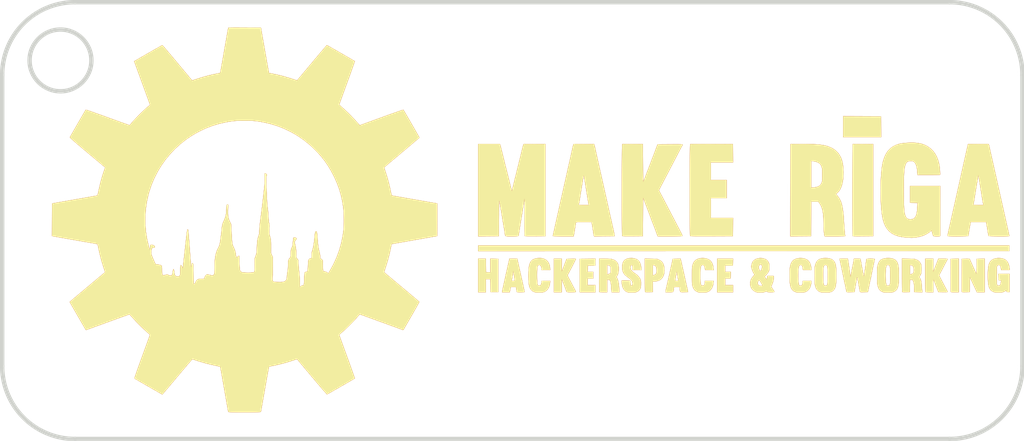
<source format=kicad_pcb>
(kicad_pcb (version 4) (host pcbnew 4.0.4-stable)
  (layers (0 F.Cu signal) (31 B.Cu signal) (34 B.Paste user) (35 F.Paste user) (36 B.SilkS user) (37 F.SilkS user) (38 B.Mask user) (39 F.Mask user) (44 Edge.Cuts user))
  (net 0 "")
  (module MakeRiga:makeriga_logo_35x15mm_silk (layer F.Cu) (at 48.5 27.5)
    (fp_text reference G*** hide)
    (fp_text value LOGO hide)
  )
  (module MakeRiga:makeriga_logo_35x15mm_copper (layer F.Cu) (at 48.5 27.5)
    (fp_text reference G*** hide)
    (fp_text value LOGO hide)
    (fp_poly (pts (xy -10.414989 -6.62849) (xy -10.315925 -6.628165) (xy -10.19861 -6.627658) (xy -10.182541 -6.627584) (xy -9.626482 -6.625) (xy -9.490009 -5.847601) (xy -9.468556 -5.725658) (xy -9.448035 -5.6095) (xy -9.428712 -5.500621) (xy -9.410858 -5.400515) (xy -9.394743 -5.310676) (xy -9.380634 -5.232597) (xy -9.368802 -5.167773) (xy -9.359515 -5.117698) (xy -9.353043 -5.083864) (xy -9.349654 -5.067767) (xy -9.349268 -5.066608) (xy -9.338359 -5.063558) (xy -9.311626 -5.057812) (xy -9.27294 -5.050157) (xy -9.226172 -5.041384) (xy -9.22 -5.040257) (xy -9.099852 -5.015965) (xy -8.967952 -4.985036) (xy -8.830737 -4.949152) (xy -8.694645 -4.909994) (xy -8.567666 -4.869766) (xy -8.386245 -4.809211) (xy -8.364525 -4.832106) (xy -8.354735 -4.843324) (xy -8.333172 -4.868655) (xy -8.30088 -4.906854) (xy -8.258903 -4.95668) (xy -8.208285 -5.016889) (xy -8.15007 -5.08624) (xy -8.0853 -5.163489) (xy -8.015021 -5.247395) (xy -7.940275 -5.336714) (xy -7.862107 -5.430204) (xy -7.856008 -5.4375) (xy -7.778079 -5.530615) (xy -7.703776 -5.619132) (xy -7.634108 -5.701869) (xy -7.570078 -5.777644) (xy -7.512694 -5.845275) (xy -7.46296 -5.90358) (xy -7.421882 -5.951377) (xy -7.390466 -5.987483) (xy -7.369717 -6.010718) (xy -7.360642 -6.019899) (xy -7.360393 -6.02) (xy -7.350533 -6.015161) (xy -7.325312 -6.001382) (xy -7.286659 -5.979775) (xy -7.236507 -5.95145) (xy -7.176783 -5.917519) (xy -7.10942 -5.879093) (xy -7.036346 -5.837281) (xy -6.959494 -5.793196) (xy -6.880791 -5.747948) (xy -6.80217 -5.702647) (xy -6.72556 -5.658405) (xy -6.652892 -5.616333) (xy -6.586096 -5.577541) (xy -6.527102 -5.54314) (xy -6.47784 -5.514241) (xy -6.440241 -5.491955) (xy -6.416235 -5.477393) (xy -6.407881 -5.471843) (xy -6.410111 -5.461563) (xy -6.418745 -5.433949) (xy -6.433278 -5.390436) (xy -6.453205 -5.332459) (xy -6.478021 -5.261452) (xy -6.507219 -5.17885) (xy -6.540296 -5.086088) (xy -6.576745 -4.9846) (xy -6.616062 -4.875822) (xy -6.657741 -4.761187) (xy -6.670381 -4.726549) (xy -6.712767 -4.610396) (xy -6.753105 -4.499659) (xy -6.790876 -4.395775) (xy -6.825559 -4.300185) (xy -6.856635 -4.214326) (xy -6.883584 -4.139638) (xy -6.905886 -4.077559) (xy -6.923022 -4.029529) (xy -6.934471 -3.996985) (xy -6.939715 -3.981367) (xy -6.94 -3.98021) (xy -6.932833 -3.971038) (xy -6.913189 -3.951574) (xy -6.883859 -3.924451) (xy -6.84763 -3.8923) (xy -6.837541 -3.883542) (xy -6.790547 -3.842072) (xy -6.735781 -3.792399) (xy -6.67966 -3.740412) (xy -6.628601 -3.692004) (xy -6.622828 -3.686434) (xy -6.589007 -3.653419) (xy -6.556661 -3.621076) (xy -6.523754 -3.587223) (xy -6.488254 -3.549677) (xy -6.448127 -3.506256) (xy -6.401338 -3.454778) (xy -6.345855 -3.39306) (xy -6.279643 -3.318921) (xy -6.264708 -3.302155) (xy -6.234415 -3.26814) (xy -5.49044 -3.539303) (xy -5.373872 -3.58166) (xy -5.262726 -3.621796) (xy -5.158432 -3.65921) (xy -5.06242 -3.693401) (xy -4.976121 -3.723866) (xy -4.900966 -3.750105) (xy -4.838384 -3.771615) (xy -4.789806 -3.787896) (xy -4.756663 -3.798447) (xy -4.740386 -3.802765) (xy -4.738955 -3.802733) (xy -4.732457 -3.792625) (xy -4.71722 -3.76721) (xy -4.694356 -3.728413) (xy -4.664971 -3.678159) (xy -4.630176 -3.618373) (xy -4.591079 -3.55098) (xy -4.548789 -3.477906) (xy -4.504415 -3.401075) (xy -4.459066 -3.322413) (xy -4.413851 -3.243845) (xy -4.369879 -3.167296) (xy -4.328258 -3.09469) (xy -4.290098 -3.027954) (xy -4.256508 -2.969012) (xy -4.228596 -2.919789) (xy -4.207472 -2.882211) (xy -4.194244 -2.858203) (xy -4.19 -2.849733) (xy -4.197479 -2.842509) (xy -4.21914 -2.82344) (xy -4.253822 -2.793514) (xy -4.300364 -2.753715) (xy -4.357606 -2.705028) (xy -4.424385 -2.648438) (xy -4.499541 -2.584931) (xy -4.581912 -2.515492) (xy -4.670338 -2.441105) (xy -4.763657 -2.362757) (xy -4.790271 -2.34044) (xy -4.88488 -2.261075) (xy -4.975034 -2.185349) (xy -5.059559 -2.114254) (xy -5.13728 -2.048782) (xy -5.207024 -1.989924) (xy -5.267616 -1.938674) (xy -5.317883 -1.896023) (xy -5.35665 -1.862963) (xy -5.382744 -1.840487) (xy -5.39499 -1.829586) (xy -5.395769 -1.828757) (xy -5.394499 -1.816843) (xy -5.387571 -1.789506) (xy -5.375976 -1.750186) (xy -5.360707 -1.702322) (xy -5.350778 -1.672649) (xy -5.294238 -1.49537) (xy -5.243194 -1.313295) (xy -5.199848 -1.134609) (xy -5.178208 -1.031185) (xy -5.164421 -0.963329) (xy -5.153001 -0.913637) (xy -5.143494 -0.880473) (xy -5.135447 -0.862202) (xy -5.13 -0.857261) (xy -5.117986 -0.854978) (xy -5.087804 -0.849526) (xy -5.040986 -0.841176) (xy -4.979066 -0.830197) (xy -4.903578 -0.81686) (xy -4.816054 -0.801436) (xy -4.718029 -0.784195) (xy -4.611036 -0.765408) (xy -4.496607 -0.745344) (xy -4.376277 -0.724276) (xy -4.347522 -0.719245) (xy -3.580044 -0.585) (xy -3.580022 -0.0275) (xy -3.580062 0.07603) (xy -3.580183 0.173338) (xy -3.580378 0.262628) (xy -3.58064 0.342106) (xy -3.580959 0.409975) (xy -3.581328 0.464441) (xy -3.581739 0.503708) (xy -3.582185 0.525982) (xy -3.5825 0.530504) (xy -3.592501 0.532273) (xy -3.62071 0.537243) (xy -3.665639 0.545152) (xy -3.725799 0.555739) (xy -3.799702 0.568742) (xy -3.885857 0.583898) (xy -3.982778 0.600946) (xy -4.088974 0.619624) (xy -4.202956 0.639669) (xy -4.323237 0.660821) (xy -4.364088 0.668004) (xy -5.143175 0.805) (xy -5.175318 0.965) (xy -5.215742 1.14989) (xy -5.261937 1.328846) (xy -5.316357 1.511073) (xy -5.341509 1.588543) (xy -5.362421 1.6519) (xy -5.377546 1.699028) (xy -5.387458 1.732662) (xy -5.392729 1.755534) (xy -5.393934 1.770378) (xy -5.391646 1.779928) (xy -5.386437 1.786916) (xy -5.383679 1.789592) (xy -5.373157 1.798697) (xy -5.348521 1.819598) (xy -5.310999 1.851261) (xy -5.261823 1.892653) (xy -5.202222 1.942743) (xy -5.133425 2.000496) (xy -5.056662 2.064881) (xy -4.973163 2.134864) (xy -4.884158 2.209413) (xy -4.790876 2.287495) (xy -4.782501 2.294504) (xy -4.689275 2.372567) (xy -4.600513 2.447004) (xy -4.51741 2.516805) (xy -4.44116 2.58096) (xy -4.37296 2.638462) (xy -4.314004 2.688302) (xy -4.265487 2.729469) (xy -4.228603 2.760956) (xy -4.204549 2.781753) (xy -4.194519 2.790852) (xy -4.194322 2.791097) (xy -4.198119 2.80123) (xy -4.211091 2.827057) (xy -4.232354 2.866982) (xy -4.261025 2.919413) (xy -4.29622 2.982755) (xy -4.337057 3.055415) (xy -4.382651 3.135799) (xy -4.43212 3.222313) (xy -4.465104 3.27964) (xy -4.741564 3.758996) (xy -4.808282 3.734476) (xy -4.828653 3.727019) (xy -4.866137 3.713325) (xy -4.919059 3.694008) (xy -4.98574 3.669678) (xy -5.064504 3.640948) (xy -5.153674 3.608429) (xy -5.251572 3.572732) (xy -5.356521 3.534471) (xy -5.466844 3.494255) (xy -5.555726 3.46186) (xy -6.236452 3.213762) (xy -6.325726 3.318367) (xy -6.375805 3.374957) (xy -6.436845 3.440611) (xy -6.505383 3.511869) (xy -6.577956 3.585274) (xy -6.651102 3.657367) (xy -6.721358 3.724688) (xy -6.785262 3.78378) (xy -6.837944 3.83) (xy -6.875438 3.86234) (xy -6.906707 3.890652) (xy -6.92886 3.91222) (xy -6.93901 3.924327) (xy -6.939344 3.925346) (xy -6.936091 3.936152) (xy -6.926468 3.964291) (xy -6.910994 4.008319) (xy -6.890188 4.066794) (xy -6.864569 4.138272) (xy -6.834657 4.221311) (xy -6.800969 4.314466) (xy -6.764025 4.416295) (xy -6.724345 4.525354) (xy -6.682447 4.6402) (xy -6.669844 4.674689) (xy -6.627517 4.790813) (xy -6.587416 4.901493) (xy -6.550047 5.005297) (xy -6.515913 5.100793) (xy -6.485518 5.186549) (xy -6.459367 5.261132) (xy -6.437964 5.32311) (xy -6.421813 5.37105) (xy -6.411419 5.403521) (xy -6.407286 5.419089) (xy -6.407344 5.420251) (xy -6.417489 5.426577) (xy -6.443033 5.441725) (xy -6.482025 5.464571) (xy -6.532513 5.493988) (xy -6.592544 5.528852) (xy -6.660168 5.568036) (xy -6.733433 5.610417) (xy -6.810387 5.654868) (xy -6.889079 5.700265) (xy -6.967558 5.745481) (xy -7.04387 5.789391) (xy -7.116066 5.830871) (xy -7.182193 5.868794) (xy -7.240299 5.902036) (xy -7.288434 5.929472) (xy -7.324646 5.949975) (xy -7.346982 5.96242) (xy -7.353414 5.965774) (xy -7.361875 5.959066) (xy -7.382302 5.937834) (xy -7.413921 5.902972) (xy -7.455959 5.855374) (xy -7.507641 5.795933) (xy -7.568196 5.725545) (xy -7.636849 5.645102) (xy -7.712827 5.5555) (xy -7.795357 5.457633) (xy -7.875004 5.362738) (xy -8.384092 4.754905) (xy -8.554546 4.81235) (xy -8.648622 4.842495) (xy -8.754204 4.873673) (xy -8.865836 4.904455) (xy -8.978062 4.933409) (xy -9.085425 4.959108) (xy -9.182468 4.980121) (xy -9.22938 4.989148) (xy -9.274999 4.998144) (xy -9.313088 5.007009) (xy -9.339484 5.014682) (xy -9.349894 5.019828) (xy -9.352552 5.03103) (xy -9.358357 5.060412) (xy -9.367034 5.106448) (xy -9.378307 5.167613) (xy -9.391902 5.242381) (xy -9.407541 5.329227) (xy -9.42495 5.426625) (xy -9.443853 5.533051) (xy -9.463974 5.646978) (xy -9.485038 5.766882) (xy -9.489502 5.792376) (xy -9.510714 5.9134) (xy -9.531003 6.028822) (xy -9.550095 6.13711) (xy -9.567719 6.236731) (xy -9.583601 6.326154) (xy -9.597469 6.403847) (xy -9.609049 6.468278) (xy -9.618068 6.517915) (xy -9.624255 6.551225) (xy -9.627336 6.566678) (xy -9.627558 6.5675) (xy -9.632631 6.570311) (xy -9.646488 6.572698) (xy -9.67042 6.57469) (xy -9.705718 6.576315) (xy -9.753672 6.577603) (xy -9.815576 6.578582) (xy -9.892718 6.579282) (xy -9.986391 6.57973) (xy -10.097886 6.579957) (xy -10.185397 6.58) (xy -10.304824 6.579968) (xy -10.405808 6.579843) (xy -10.489905 6.579574) (xy -10.558672 6.579113) (xy -10.613664 6.578411) (xy -10.656438 6.57742) (xy -10.68855 6.57609) (xy -10.711558 6.574372) (xy -10.727016 6.572219) (xy -10.736483 6.569581) (xy -10.741514 6.566409) (xy -10.743665 6.562655) (xy -10.743711 6.5625) (xy -10.746194 6.550068) (xy -10.751823 6.519479) (xy -10.760322 6.472281) (xy -10.771419 6.410022) (xy -10.784841 6.334252) (xy -10.800313 6.246518) (xy -10.817562 6.148368) (xy -10.836315 6.041352) (xy -10.856298 5.927017) (xy -10.877237 5.806912) (xy -10.881052 5.785) (xy -10.902112 5.664344) (xy -10.922286 5.549422) (xy -10.9413 5.441754) (xy -10.95888 5.342859) (xy -10.974753 5.254258) (xy -10.988645 5.17747) (xy -11.000281 5.114017) (xy -11.009389 5.065416) (xy -11.015693 5.03319) (xy -11.018921 5.018857) (xy -11.019168 5.018278) (xy -11.030408 5.014212) (xy -11.058024 5.007059) (xy -11.098764 4.997577) (xy -11.149378 4.986528) (xy -11.2 4.976011) (xy -11.486986 4.909139) (xy -11.769873 4.826348) (xy -11.821668 4.809266) (xy -11.87296 4.792254) (xy -11.917816 4.777785) (xy -11.952707 4.766966) (xy -11.974099 4.760905) (xy -11.978787 4.76) (xy -11.986695 4.76749) (xy -12.006413 4.789187) (xy -12.036952 4.823934) (xy -12.077322 4.870569) (xy -12.126532 4.927934) (xy -12.183592 4.99487) (xy -12.247512 5.070217) (xy -12.317302 5.152816) (xy -12.391971 5.241508) (xy -12.47053 5.335134) (xy -12.495536 5.365) (xy -12.574989 5.459872) (xy -12.65073 5.550176) (xy -12.72178 5.634754) (xy -12.787163 5.712448) (xy -12.8459 5.782102) (xy -12.897013 5.842556) (xy -12.939526 5.892655) (xy -12.972461 5.93124) (xy -12.994839 5.957155) (xy -13.005683 5.969241) (xy -13.006555 5.97) (xy -13.015586 5.965174) (xy -13.040008 5.951434) (xy -13.0779 5.929885) (xy -13.127344 5.901634) (xy -13.18642 5.867787) (xy -13.25321 5.829449) (xy -13.325794 5.787727) (xy -13.402254 5.743726) (xy -13.480671 5.698553) (xy -13.559124 5.653312) (xy -13.635696 5.609111) (xy -13.708468 5.567055) (xy -13.775519 5.52825) (xy -13.834932 5.493802) (xy -13.884787 5.464817) (xy -13.923165 5.4424) (xy -13.948147 5.427659) (xy -13.957041 5.422238) (xy -13.957298 5.414824) (xy -13.952813 5.395416) (xy -13.943338 5.363293) (xy -13.928624 5.317732) (xy -13.908421 5.258011) (xy -13.88248 5.183406) (xy -13.850552 5.093196) (xy -13.812388 4.986657) (xy -13.767739 4.863069) (xy -13.716355 4.721707) (xy -13.699541 4.675593) (xy -13.657161 4.559285) (xy -13.616829 4.448312) (xy -13.579065 4.344122) (xy -13.544388 4.248162) (xy -13.513319 4.16188) (xy -13.486377 4.086723) (xy -13.464083 4.024141) (xy -13.446956 3.975579) (xy -13.435516 3.942487) (xy -13.430283 3.92631) (xy -13.43 3.924995) (xy -13.437259 3.914099) (xy -13.456896 3.893808) (xy -13.485705 3.867262) (xy -13.5125 3.844218) (xy -13.566272 3.797372) (xy -13.629837 3.738911) (xy -13.699771 3.672229) (xy -13.772652 3.600722) (xy -13.845056 3.527786) (xy -13.913561 3.456816) (xy -13.974742 3.391207) (xy -14.01703 3.343806) (xy -14.053776 3.302272) (xy -14.086602 3.266667) (xy -14.11306 3.239528) (xy -14.130705 3.223392) (xy -14.13642 3.22) (xy -14.147614 3.223346) (xy -14.176019 3.23301) (xy -14.220064 3.248431) (xy -14.27818 3.269046) (xy -14.348799 3.294294) (xy -14.43035 3.323611) (xy -14.521265 3.356437) (xy -14.619974 3.39221) (xy -14.724907 3.430366) (xy -14.781673 3.451059) (xy -14.892453 3.491467) (xy -15.00027 3.530778) (xy -15.103233 3.568303) (xy -15.199448 3.603353) (xy -15.287023 3.63524) (xy -15.364064 3.663273) (xy -15.42868 3.686764) (xy -15.478978 3.705024) (xy -15.513064 3.717364) (xy -15.521025 3.720233) (xy -15.627049 3.758347) (xy -15.903525 3.279679) (xy -15.955116 3.190269) (xy -16.003577 3.10611) (xy -16.048005 3.02878) (xy -16.087497 2.959862) (xy -16.12115 2.900935) (xy -16.148061 2.853578) (xy -16.167327 2.819373) (xy -16.178044 2.799899) (xy -16.18 2.795905) (xy -16.172524 2.788824) (xy -16.150885 2.76992) (xy -16.116268 2.740197) (xy -16.069856 2.700657) (xy -16.012834 2.652301) (xy -15.946386 2.596133) (xy -15.871697 2.533154) (xy -15.78995 2.464368) (xy -15.70233 2.390776) (xy -15.61002 2.313381) (xy -15.6025 2.307082) (xy -15.509008 2.228763) (xy -15.419438 2.153713) (xy -15.335054 2.082992) (xy -15.257122 2.017662) (xy -15.186905 1.95878) (xy -15.125668 1.907409) (xy -15.074674 1.864609) (xy -15.035188 1.831439) (xy -15.008474 1.80896) (xy -14.995795 1.798232) (xy -14.995661 1.798116) (xy -14.966321 1.772867) (xy -15.023043 1.602398) (xy -15.091961 1.378089) (xy -15.152848 1.144926) (xy -15.193665 0.960264) (xy -15.225 0.805528) (xy -15.52 0.75362) (xy -15.59498 0.740435) (xy -15.685719 0.724492) (xy -15.788279 0.706483) (xy -15.898718 0.687099) (xy -16.013098 0.667032) (xy -16.127476 0.646974) (xy -16.237914 0.627615) (xy -16.28 0.62024) (xy -16.374567 0.60364) (xy -16.463629 0.587945) (xy -16.545141 0.57352) (xy -16.617056 0.560729) (xy -16.677328 0.549939) (xy -16.723913 0.541514) (xy -16.754762 0.535818) (xy -16.767584 0.533279) (xy -16.790167 0.527789) (xy -16.787584 -0.028443) (xy -16.787118 -0.128925) (xy -13.594473 -0.128925) (xy -13.592596 0.129366) (xy -13.571602 0.386578) (xy -13.531522 0.641182) (xy -13.472387 0.891652) (xy -13.446689 0.979704) (xy -13.432968 1.024408) (xy -13.425599 0.939704) (xy -13.421055 0.899411) (xy -13.415398 0.866193) (xy -13.409637 0.845584) (xy -13.407891 0.8425) (xy -13.385895 0.831314) (xy -13.350891 0.835249) (xy -13.313467 0.849298) (xy -13.281208 0.869246) (xy -13.264581 0.890552) (xy -13.263716 0.909939) (xy -13.278742 0.924128) (xy -13.309789 0.929843) (xy -13.310275 0.929846) (xy -13.338687 0.933227) (xy -13.358599 0.94496) (xy -13.371836 0.968037) (xy -13.380222 1.005449) (xy -13.385022 1.052408) (xy -13.387817 1.093908) (xy -13.388165 1.124615) (xy -13.384969 1.150875) (xy -13.377133 1.179034) (xy -13.363561 1.21544) (xy -13.351759 1.245) (xy -13.330316 1.297126) (xy -13.306727 1.352477) (xy -13.284795 1.402196) (xy -13.276155 1.42107) (xy -13.240716 1.49714) (xy -13.162858 1.509658) (xy -13.101775 1.521929) (xy -13.059236 1.536348) (xy -13.033847 1.553485) (xy -13.026212 1.565448) (xy -13.02387 1.58119) (xy -13.021932 1.612574) (xy -13.020583 1.65524) (xy -13.020009 1.70483) (xy -13.02 1.711475) (xy -13.019228 1.762004) (xy -13.017118 1.806529) (xy -13.013982 1.840562) (xy -13.010132 1.859613) (xy -13.009649 1.860657) (xy -12.991545 1.87481) (xy -12.960376 1.880044) (xy -12.921048 1.87622) (xy -12.881172 1.864302) (xy -12.854612 1.855104) (xy -12.835066 1.85476) (xy -12.811813 1.863765) (xy -12.80347 1.867883) (xy -12.761011 1.886946) (xy -12.730055 1.894529) (xy -12.706 1.891006) (xy -12.685143 1.877539) (xy -12.669837 1.860448) (xy -12.659596 1.8374) (xy -12.652154 1.802491) (xy -12.649604 1.785) (xy -12.640912 1.727327) (xy -12.632976 1.689458) (xy -12.625536 1.67122) (xy -12.618334 1.672442) (xy -12.611113 1.692952) (xy -12.603613 1.732579) (xy -12.600652 1.7525) (xy -12.591484 1.810872) (xy -12.582363 1.852483) (xy -12.57213 1.880535) (xy -12.559627 1.898231) (xy -12.544241 1.908526) (xy -12.512388 1.917387) (xy -12.475513 1.919749) (xy -12.441349 1.915866) (xy -12.417627 1.905994) (xy -12.41573 1.9043) (xy -12.407105 1.894189) (xy -12.400677 1.881548) (xy -12.396047 1.863341) (xy -12.392811 1.836533) (xy -12.39057 1.79809) (xy -12.38892 1.744974) (xy -12.387822 1.693283) (xy -12.386354 1.640052) (xy -12.384244 1.594009) (xy -12.381727 1.558814) (xy -12.379036 1.538125) (xy -12.377693 1.534358) (xy -12.364872 1.532799) (xy -12.349475 1.548185) (xy -12.333478 1.577984) (xy -12.323898 1.603269) (xy -12.314088 1.629691) (xy -12.306569 1.644325) (xy -12.303634 1.645) (xy -12.302016 1.633558) (xy -12.298389 1.603946) (xy -12.292949 1.557869) (xy -12.28589 1.497034) (xy -12.277409 1.42315) (xy -12.267702 1.337921) (xy -12.256964 1.243056) (xy -12.245391 1.140261) (xy -12.233179 1.031243) (xy -12.230248 1.005) (xy -12.215256 0.870657) (xy -12.202315 0.754819) (xy -12.191237 0.656118) (xy -12.181837 0.573184) (xy -12.173926 0.504649) (xy -12.16732 0.449142) (xy -12.161831 0.405296) (xy -12.157273 0.37174) (xy -12.153459 0.347107) (xy -12.150203 0.330026) (xy -12.147317 0.319129) (xy -12.144616 0.313047) (xy -12.141913 0.310411) (xy -12.139021 0.309851) (xy -12.135754 0.309998) (xy -12.135529 0.31) (xy -12.132084 0.310197) (xy -12.129028 0.311741) (xy -12.126218 0.316058) (xy -12.123511 0.324574) (xy -12.120762 0.338715) (xy -12.117829 0.359907) (xy -12.114567 0.389577) (xy -12.110832 0.429152) (xy -12.106482 0.480056) (xy -12.101371 0.543717) (xy -12.095358 0.621561) (xy -12.088297 0.715014) (xy -12.080045 0.825503) (xy -12.07046 0.954453) (xy -12.070047 0.96) (xy -12.060283 1.091207) (xy -12.05185 1.203808) (xy -12.04462 1.29914) (xy -12.038465 1.378543) (xy -12.033256 1.443356) (xy -12.028866 1.494918) (xy -12.025166 1.534569) (xy -12.022029 1.563647) (xy -12.019327 1.583493) (xy -12.016931 1.595444) (xy -12.014713 1.600841) (xy -12.012546 1.601022) (xy -12.010301 1.597326) (xy -12.009327 1.595) (xy -12.003984 1.572034) (xy -12.000905 1.540874) (xy -12.000703 1.534411) (xy -11.997111 1.503778) (xy -11.989119 1.479476) (xy -11.986974 1.476008) (xy -11.975876 1.463779) (xy -11.966337 1.467769) (xy -11.959474 1.475618) (xy -11.9554 1.483778) (xy -11.951997 1.498818) (xy -11.949162 1.522625) (xy -11.946793 1.557087) (xy -11.944787 1.604092) (xy -11.943042 1.665526) (xy -11.941455 1.743279) (xy -11.94 1.834021) (xy -11.935 2.175) (xy -11.911498 2.175) (xy -11.895673 2.171182) (xy -11.883083 2.156806) (xy -11.869963 2.12749) (xy -11.869371 2.125936) (xy -11.841841 2.0708) (xy -11.806481 2.032726) (xy -11.761167 2.010481) (xy -11.703772 2.002832) (xy -11.660665 2.004933) (xy -11.6237 2.008016) (xy -11.600649 2.007347) (xy -11.585607 2.001875) (xy -11.57267 1.990549) (xy -11.571221 1.989006) (xy -11.556035 1.967992) (xy -11.549963 1.950614) (xy -11.542899 1.925634) (xy -11.525487 1.896421) (xy -11.503249 1.87091) (xy -11.485914 1.858596) (xy -11.469342 1.854194) (xy -11.446216 1.854718) (xy -11.412191 1.860613) (xy -11.370457 1.870429) (xy -11.279133 1.893257) (xy -11.252305 1.873227) (xy -11.231267 1.851856) (xy -11.218735 1.829098) (xy -11.216694 1.812204) (xy -11.214806 1.77863) (xy -11.213179 1.731696) (xy -11.211921 1.674721) (xy -11.211137 1.611027) (xy -11.210997 1.588493) (xy -11.207605 1.448385) (xy -11.198516 1.325282) (xy -11.183299 1.216896) (xy -11.161525 1.120937) (xy -11.132762 1.035116) (xy -11.09658 0.957145) (xy -11.089936 0.945) (xy -11.068469 0.90311) (xy -11.05137 0.860589) (xy -11.037484 0.813132) (xy -11.025653 0.756434) (xy -11.01472 0.686192) (xy -11.009273 0.645) (xy -11.002243 0.590442) (xy -10.995702 0.541248) (xy -10.990226 0.501638) (xy -10.986391 0.475829) (xy -10.985385 0.47) (xy -10.982656 0.450585) (xy -10.978798 0.416077) (xy -10.974319 0.371318) (xy -10.969726 0.321146) (xy -10.969626 0.32) (xy -10.963109 0.250972) (xy -10.956317 0.196678) (xy -10.947947 0.151877) (xy -10.9367 0.11133) (xy -10.921274 0.069797) (xy -10.900368 0.022036) (xy -10.890173 0) (xy -10.858114 -0.07557) (xy -10.834917 -0.148026) (xy -10.819373 -0.223124) (xy -10.810272 -0.306618) (xy -10.806507 -0.398207) (xy -10.805143 -0.453966) (xy -10.803103 -0.492898) (xy -10.799975 -0.518173) (xy -10.795347 -0.532962) (xy -10.788805 -0.540437) (xy -10.78792 -0.540966) (xy -10.763864 -0.547003) (xy -10.747813 -0.537667) (xy -10.744458 -0.516276) (xy -10.745653 -0.511087) (xy -10.748611 -0.491873) (xy -10.75161 -0.457087) (xy -10.754352 -0.41115) (xy -10.75654 -0.358489) (xy -10.757082 -0.340668) (xy -10.757396 -0.245803) (xy -10.75206 -0.165727) (xy -10.740258 -0.095824) (xy -10.721175 -0.031475) (xy -10.693994 0.031936) (xy -10.689755 0.040488) (xy -10.650679 0.118206) (xy -10.635423 0.406603) (xy -10.629861 0.509024) (xy -10.624803 0.593792) (xy -10.619907 0.663235) (xy -10.614835 0.719683) (xy -10.609246 0.765464) (xy -10.602802 0.802907) (xy -10.595162 0.834341) (xy -10.585987 0.862094) (xy -10.574937 0.888497) (xy -10.561672 0.915876) (xy -10.560927 0.917348) (xy -10.522148 1.007033) (xy -10.496924 1.098926) (xy -10.484594 1.182217) (xy -10.478182 1.227162) (xy -10.46908 1.253484) (xy -10.455728 1.262525) (xy -10.43657 1.255632) (xy -10.417076 1.240481) (xy -10.395171 1.222323) (xy -10.379648 1.211414) (xy -10.37618 1.21) (xy -10.373566 1.219302) (xy -10.371387 1.244423) (xy -10.369919 1.28118) (xy -10.369455 1.3125) (xy -10.368316 1.383985) (xy -10.365804 1.456459) (xy -10.362163 1.526613) (xy -10.357637 1.591139) (xy -10.352468 1.646731) (xy -10.346902 1.690078) (xy -10.34118 1.717874) (xy -10.339217 1.723249) (xy -10.320796 1.748056) (xy -10.295724 1.767211) (xy -10.26725 1.776606) (xy -10.224835 1.783887) (xy -10.172381 1.789044) (xy -10.113788 1.792068) (xy -10.052957 1.792948) (xy -9.993789 1.791674) (xy -9.940183 1.788235) (xy -9.896042 1.782621) (xy -9.865265 1.774823) (xy -9.854065 1.768372) (xy -9.848572 1.76064) (xy -9.844369 1.748158) (xy -9.841262 1.728366) (xy -9.839059 1.698707) (xy -9.837565 1.656619) (xy -9.836589 1.599546) (xy -9.83596 1.528372) (xy -9.834461 1.305) (xy -9.801362 1.21) (xy -9.790205 1.17716) (xy -9.781712 1.148804) (xy -9.775366 1.121164) (xy -9.77065 1.090473) (xy -9.767047 1.052962) (xy -9.764041 1.004864) (xy -9.761116 0.942413) (xy -9.759537 0.905) (xy -9.755412 0.819155) (xy -9.750529 0.749263) (xy -9.744263 0.691273) (xy -9.735989 0.641138) (xy -9.725083 0.594809) (xy -9.71092 0.548238) (xy -9.699338 0.515) (xy -9.689066 0.481772) (xy -9.682114 0.445818) (xy -9.677779 0.401764) (xy -9.675351 0.344236) (xy -9.675019 0.33) (xy -9.672588 0.276737) (xy -9.667563 0.210261) (xy -9.66055 0.137101) (xy -9.652151 0.063786) (xy -9.646356 0.02) (xy -9.631807 -0.086354) (xy -9.61578 -0.208842) (xy -9.598734 -0.343694) (xy -9.581127 -0.487139) (xy -9.563418 -0.635404) (xy -9.546067 -0.784719) (xy -9.52953 -0.931314) (xy -9.519258 -1.025) (xy -9.509531 -1.117012) (xy -9.502146 -1.192847) (xy -9.496884 -1.256164) (xy -9.49353 -1.310621) (xy -9.491868 -1.359877) (xy -9.491681 -1.407591) (xy -9.492752 -1.457421) (xy -9.493082 -1.4675) (xy -9.494948 -1.525691) (xy -9.495732 -1.566839) (xy -9.495166 -1.593888) (xy -9.49298 -1.60978) (xy -9.488907 -1.617455) (xy -9.482677 -1.619857) (xy -9.479151 -1.62) (xy -9.459511 -1.613464) (xy -9.438209 -1.598112) (xy -9.422991 -1.580331) (xy -9.42 -1.571222) (xy -9.423578 -1.557124) (xy -9.432498 -1.532734) (xy -9.435877 -1.524445) (xy -9.440525 -1.511393) (xy -9.443945 -1.495833) (xy -9.446171 -1.475289) (xy -9.447238 -1.447289) (xy -9.447183 -1.409357) (xy -9.44604 -1.359019) (xy -9.443844 -1.293801) (xy -9.440631 -1.211229) (xy -9.440409 -1.205724) (xy -9.434772 -1.067704) (xy -9.429746 -0.948116) (xy -9.425237 -0.845406) (xy -9.421156 -0.758018) (xy -9.417411 -0.684396) (xy -9.413912 -0.622986) (xy -9.410567 -0.572233) (xy -9.407285 -0.53058) (xy -9.403976 -0.496473) (xy -9.400548 -0.468357) (xy -9.396911 -0.444676) (xy -9.395381 -0.436118) (xy -9.390002 -0.399577) (xy -9.384353 -0.34801) (xy -9.378878 -0.286376) (xy -9.374023 -0.219638) (xy -9.370586 -0.16) (xy -9.365724 -0.078944) (xy -9.359837 -0.008666) (xy -9.353216 0.047987) (xy -9.346155 0.088166) (xy -9.344439 0.095) (xy -9.337044 0.126706) (xy -9.333139 0.15838) (xy -9.33246 0.195838) (xy -9.334744 0.2449) (xy -9.336496 0.27) (xy -9.340822 0.336492) (xy -9.342409 0.387935) (xy -9.340943 0.429133) (xy -9.336111 0.46489) (xy -9.327599 0.500009) (xy -9.31987 0.525) (xy -9.306291 0.569483) (xy -9.295979 0.611655) (xy -9.28853 0.655314) (xy -9.283543 0.704259) (xy -9.280616 0.762286) (xy -9.279346 0.833195) (xy -9.279276 0.908217) (xy -9.280094 1.121435) (xy -9.247547 1.193217) (xy -9.215 1.265) (xy -9.215559 1.485) (xy -9.216182 1.564856) (xy -9.217573 1.652367) (xy -9.219574 1.740488) (xy -9.222026 1.822178) (xy -9.224564 1.885995) (xy -9.228029 1.957646) (xy -9.229539 2.011844) (xy -9.227137 2.051136) (xy -9.218865 2.078067) (xy -9.202767 2.095185) (xy -9.176885 2.105037) (xy -9.139262 2.110169) (xy -9.087942 2.113127) (xy -9.048595 2.114977) (xy -8.958011 2.11683) (xy -8.885004 2.111829) (xy -8.828058 2.099089) (xy -8.785662 2.077724) (xy -8.756302 2.046849) (xy -8.738465 2.005577) (xy -8.730638 1.953023) (xy -8.72997 1.928488) (xy -8.727924 1.890191) (xy -8.722465 1.840499) (xy -8.714568 1.78753) (xy -8.70997 1.762145) (xy -8.697275 1.677715) (xy -8.690968 1.585407) (xy -8.69 1.524324) (xy -8.688957 1.456074) (xy -8.685203 1.403902) (xy -8.6778 1.363962) (xy -8.665812 1.33241) (xy -8.648302 1.305403) (xy -8.63217 1.287052) (xy -8.621394 1.274825) (xy -8.613752 1.261918) (xy -8.608482 1.244537) (xy -8.604822 1.218886) (xy -8.602008 1.18117) (xy -8.599279 1.127593) (xy -8.599021 1.122052) (xy -8.596057 1.065369) (xy -8.592753 1.024129) (xy -8.588281 0.993781) (xy -8.581817 0.969771) (xy -8.572534 0.94755) (xy -8.564461 0.931652) (xy -8.552489 0.906786) (xy -8.543632 0.881556) (xy -8.536932 0.851356) (xy -8.53143 0.811584) (xy -8.526169 0.757634) (xy -8.524726 0.740761) (xy -8.520008 0.689735) (xy -8.515114 0.645521) (xy -8.510546 0.61213) (xy -8.506808 0.593574) (xy -8.505995 0.591608) (xy -8.488687 0.581229) (xy -8.460317 0.583257) (xy -8.429504 0.595256) (xy -8.406473 0.611658) (xy -8.402118 0.629319) (xy -8.416237 0.65124) (xy -8.425169 0.660157) (xy -8.448097 0.686876) (xy -8.460902 0.716775) (xy -8.464007 0.753755) (xy -8.457834 0.801714) (xy -8.446036 0.852396) (xy -8.434673 0.900957) (xy -8.426321 0.949958) (xy -8.420296 1.004954) (xy -8.415916 1.071504) (xy -8.414067 1.112396) (xy -8.407511 1.275) (xy -8.373756 1.319141) (xy -8.357811 1.340979) (xy -8.347889 1.359509) (xy -8.342565 1.380488) (xy -8.340411 1.409673) (xy -8.340001 1.45282) (xy -8.34 1.455363) (xy -8.338811 1.493771) (xy -8.335492 1.547361) (xy -8.33042 1.611471) (xy -8.323968 1.681438) (xy -8.316513 1.752602) (xy -8.315 1.765994) (xy -8.299752 1.922538) (xy -8.291333 2.06508) (xy -8.289609 2.149772) (xy -8.289309 2.210191) (xy -8.288596 2.252761) (xy -8.287255 2.279632) (xy -8.285069 2.292955) (xy -8.281822 2.29488) (xy -8.277299 2.287556) (xy -8.276041 2.284757) (xy -8.258382 2.259323) (xy -8.235962 2.242257) (xy -8.207669 2.233022) (xy -8.185754 2.23) (xy -8.163146 2.225017) (xy -8.152364 2.2175) (xy -8.148994 2.204107) (xy -8.145388 2.173902) (xy -8.141795 2.130064) (xy -8.138466 2.075777) (xy -8.135653 2.01422) (xy -8.135051 1.99782) (xy -8.1317 1.917581) (xy -8.127891 1.855304) (xy -8.123674 1.811561) (xy -8.119098 1.786925) (xy -8.116412 1.781699) (xy -8.098586 1.772804) (xy -8.077246 1.766124) (xy -8.056067 1.760024) (xy -8.040081 1.751409) (xy -8.028421 1.737556) (xy -8.020216 1.715737) (xy -8.014596 1.68323) (xy -8.010693 1.637307) (xy -8.007637 1.575244) (xy -8.006412 1.544109) (xy -8.003269 1.47224) (xy -7.999393 1.417607) (xy -7.993836 1.37745) (xy -7.985646 1.349007) (xy -7.973874 1.329517) (xy -7.957568 1.316217) (xy -7.93578 1.306346) (xy -7.923107 1.302019) (xy -7.882996 1.289039) (xy -7.883878 1.197019) (xy -7.882941 1.142892) (xy -7.877891 1.098412) (xy -7.867171 1.053388) (xy -7.856811 1.02018) (xy -7.836974 0.94863) (xy -7.818566 0.859532) (xy -7.801988 0.755309) (xy -7.787639 0.638385) (xy -7.778844 0.546904) (xy -7.771997 0.478267) (xy -7.764841 0.428923) (xy -7.757258 0.398167) (xy -7.751788 0.3875) (xy -7.736515 0.373325) (xy -7.724128 0.371453) (xy -7.714098 0.383289) (xy -7.705895 0.410238) (xy -7.69899 0.453702) (xy -7.692854 0.515088) (xy -7.690025 0.551336) (xy -7.682521 0.650587) (xy -7.675641 0.733123) (xy -7.668958 0.802202) (xy -7.662048 0.861083) (xy -7.654485 0.913023) (xy -7.645844 0.96128) (xy -7.6357 1.009111) (xy -7.623678 1.059571) (xy -7.607683 1.127634) (xy -7.597614 1.179464) (xy -7.593034 1.217789) (xy -7.593504 1.245335) (xy -7.593667 1.246584) (xy -7.596097 1.272456) (xy -7.591848 1.288989) (xy -7.577178 1.303513) (xy -7.557671 1.317106) (xy -7.53164 1.338521) (xy -7.513214 1.360868) (xy -7.508926 1.370094) (xy -7.506471 1.388462) (xy -7.504266 1.42272) (xy -7.502488 1.468756) (xy -7.501316 1.522461) (xy -7.500997 1.553157) (xy -7.500012 1.609447) (xy -7.497956 1.659294) (xy -7.495074 1.698852) (xy -7.491611 1.724274) (xy -7.489649 1.730657) (xy -7.472059 1.74635) (xy -7.457149 1.750055) (xy -7.414705 1.755838) (xy -7.372595 1.770758) (xy -7.339648 1.791474) (xy -7.334536 1.796445) (xy -7.311527 1.821273) (xy -7.259304 1.733136) (xy -7.132265 1.500336) (xy -7.024572 1.263098) (xy -6.935881 1.020397) (xy -6.865848 0.771209) (xy -6.81413 0.514508) (xy -6.788663 0.33) (xy -6.781864 0.250076) (xy -6.777441 0.155196) (xy -6.775336 0.050254) (xy -6.775493 -0.059855) (xy -6.777852 -0.170238) (xy -6.782357 -0.275999) (xy -6.788949 -0.372244) (xy -6.797571 -0.454077) (xy -6.797962 -0.457023) (xy -6.832996 -0.674908) (xy -6.878385 -0.879778) (xy -6.935621 -1.076551) (xy -7.006196 -1.27014) (xy -7.091602 -1.465463) (xy -7.125203 -1.535) (xy -7.224682 -1.723963) (xy -7.329272 -1.897513) (xy -7.442154 -2.060146) (xy -7.566509 -2.216355) (xy -7.705515 -2.370636) (xy -7.746577 -2.413163) (xy -7.937096 -2.593785) (xy -8.138785 -2.758032) (xy -8.35095 -2.905531) (xy -8.572894 -3.035915) (xy -8.803922 -3.148812) (xy -9.043339 -3.243852) (xy -9.290449 -3.320665) (xy -9.544556 -3.378881) (xy -9.57 -3.383607) (xy -9.662307 -3.399654) (xy -9.744759 -3.412105) (xy -9.82231 -3.42137) (xy -9.899912 -3.427863) (xy -9.982519 -3.431997) (xy -10.075085 -3.434184) (xy -10.182563 -3.434837) (xy -10.185 -3.434837) (xy -10.292439 -3.43422) (xy -10.384905 -3.432093) (xy -10.467399 -3.428042) (xy -10.544918 -3.421653) (xy -10.622461 -3.412511) (xy -10.705026 -3.400202) (xy -10.797611 -3.384313) (xy -10.8 -3.383884) (xy -11.049345 -3.329065) (xy -11.291986 -3.255894) (xy -11.527098 -3.165136) (xy -11.753857 -3.057555) (xy -11.971437 -2.933916) (xy -12.179014 -2.794983) (xy -12.375763 -2.641522) (xy -12.560859 -2.474296) (xy -12.733477 -2.294071) (xy -12.892793 -2.10161) (xy -13.037981 -1.897679) (xy -13.168217 -1.683041) (xy -13.282675 -1.458462) (xy -13.380532 -1.224707) (xy -13.460961 -0.982539) (xy -13.485086 -0.895) (xy -13.540749 -0.642636) (xy -13.577201 -0.386768) (xy -13.594473 -0.128925) (xy -16.787118 -0.128925) (xy -16.785 -0.584676) (xy -16.405 -0.651473) (xy -16.297676 -0.670329) (xy -16.176844 -0.691539) (xy -16.048693 -0.71402) (xy -15.919413 -0.736686) (xy -15.795192 -0.758451) (xy -15.682219 -0.77823) (xy -15.645 -0.784742) (xy -15.559643 -0.799708) (xy -15.479921 -0.813753) (xy -15.408113 -0.826472) (xy -15.346498 -0.837456) (xy -15.297355 -0.8463) (xy -15.262964 -0.852597) (xy -15.245604 -0.855941) (xy -15.244498 -0.856189) (xy -15.236782 -0.860041) (xy -15.229821 -0.869287) (xy -15.222813 -0.886556) (xy -15.214952 -0.914476) (xy -15.205435 -0.955673) (xy -15.193458 -1.012777) (xy -15.187309 -1.043083) (xy -15.128424 -1.301099) (xy -15.057144 -1.550619) (xy -15.01726 -1.671611) (xy -14.964201 -1.825942) (xy -15.572287 -2.335275) (xy -15.698392 -2.44111) (xy -15.809183 -2.534542) (xy -15.904883 -2.615763) (xy -15.985713 -2.684967) (xy -16.051896 -2.742345) (xy -16.103651 -2.788092) (xy -16.141203 -2.822399) (xy -16.164771 -2.845459) (xy -16.174579 -2.857466) (xy -16.174857 -2.85898) (xy -16.168848 -2.870382) (xy -16.153971 -2.897036) (xy -16.131354 -2.936987) (xy -16.102125 -2.988281) (xy -16.067411 -3.048964) (xy -16.028339 -3.117079) (xy -15.986039 -3.190674) (xy -15.941636 -3.267793) (xy -15.89626 -3.346481) (xy -15.851038 -3.424784) (xy -15.807098 -3.500747) (xy -15.765567 -3.572416) (xy -15.727573 -3.637836) (xy -15.694244 -3.695052) (xy -15.666707 -3.74211) (xy -15.646091 -3.777055) (xy -15.633523 -3.797932) (xy -15.630148 -3.803097) (xy -15.619829 -3.801021) (xy -15.592171 -3.79254) (xy -15.548605 -3.778155) (xy -15.490562 -3.758367) (xy -15.419473 -3.733679) (xy -15.336769 -3.704591) (xy -15.24388 -3.671604) (xy -15.142238 -3.63522) (xy -15.033274 -3.595941) (xy -14.918418 -3.554267) (xy -14.879946 -3.540249) (xy -14.763462 -3.497831) (xy -14.652415 -3.457521) (xy -14.548238 -3.419831) (xy -14.45236 -3.385274) (xy -14.366214 -3.354361) (xy -14.291228 -3.327604) (xy -14.228836 -3.305514) (xy -14.180466 -3.288603) (xy -14.147551 -3.277382) (xy -14.131521 -3.272364) (xy -14.130186 -3.272153) (xy -14.121094 -3.28053) (xy -14.102294 -3.300719) (xy -14.076972 -3.329239) (xy -14.060491 -3.348297) (xy -13.98647 -3.431957) (xy -13.902881 -3.521742) (xy -13.813486 -3.613904) (xy -13.722051 -3.704693) (xy -13.632339 -3.79036) (xy -13.548114 -3.867154) (xy -13.485304 -3.921275) (xy -13.423568 -3.972707) (xy -13.672105 -4.653854) (xy -13.713479 -4.76725) (xy -13.753371 -4.876597) (xy -13.791169 -4.980216) (xy -13.826262 -5.07643) (xy -13.858037 -5.16356) (xy -13.885883 -5.239929) (xy -13.909187 -5.30386) (xy -13.927339 -5.353674) (xy -13.939727 -5.387694) (xy -13.945013 -5.40224) (xy -13.969383 -5.469479) (xy -13.902192 -5.508547) (xy -13.768784 -5.586018) (xy -13.642963 -5.65889) (xy -13.525671 -5.726625) (xy -13.417851 -5.788686) (xy -13.320447 -5.844535) (xy -13.234401 -5.893634) (xy -13.160658 -5.935445) (xy -13.100159 -5.96943) (xy -13.053849 -5.995051) (xy -13.022671 -6.011771) (xy -13.007567 -6.019052) (xy -13.00641 -6.019334) (xy -12.998306 -6.01173) (xy -12.978455 -5.989938) (xy -12.947882 -5.95516) (xy -12.907613 -5.9086) (xy -12.858674 -5.851459) (xy -12.802091 -5.78494) (xy -12.73889 -5.710243) (xy -12.670098 -5.628573) (xy -12.596739 -5.54113) (xy -12.522106 -5.451834) (xy -12.444531 -5.358852) (xy -12.37005 -5.269586) (xy -12.299755 -5.185343) (xy -12.234736 -5.107429) (xy -12.176085 -5.037152) (xy -12.124892 -4.97582) (xy -12.082248 -4.924738) (xy -12.049243 -4.885214) (xy -12.02697 -4.858556) (xy -12.016962 -4.846597) (xy -11.984713 -4.808194) (xy -11.819857 -4.863175) (xy -11.681769 -4.90714) (xy -11.540522 -4.948216) (xy -11.400879 -4.985174) (xy -11.267603 -5.016783) (xy -11.145455 -5.041812) (xy -11.092721 -5.051039) (xy -11.049608 -5.05981) (xy -11.024503 -5.069341) (xy -11.015724 -5.07893) (xy -11.013285 -5.091144) (xy -11.007692 -5.121507) (xy -10.999221 -5.168464) (xy -10.988146 -5.230459) (xy -10.974744 -5.305936) (xy -10.959289 -5.393342) (xy -10.942057 -5.49112) (xy -10.923324 -5.597716) (xy -10.903365 -5.711573) (xy -10.882456 -5.831138) (xy -10.880035 -5.845) (xy -10.859024 -5.965161) (xy -10.83892 -6.079826) (xy -10.819999 -6.187434) (xy -10.80254 -6.286428) (xy -10.786817 -6.375246) (xy -10.773109 -6.452331) (xy -10.761691 -6.516123) (xy -10.75284 -6.565061) (xy -10.746834 -6.597588) (xy -10.743948 -6.612144) (xy -10.743832 -6.612584) (xy -10.741779 -6.616365) (xy -10.737019 -6.619548) (xy -10.727999 -6.622176) (xy -10.713164 -6.624289) (xy -10.690959 -6.625929) (xy -10.659831 -6.627138) (xy -10.618224 -6.627957) (xy -10.564584 -6.628428) (xy -10.497357 -6.628592) (xy -10.414989 -6.62849)) (layer F.Cu) (width 0.01))
    (fp_poly (pts (xy -0.02667 1.291493) (xy 0.031689 1.298147) (xy 0.065718 1.306553) (xy 0.138674 1.340823) (xy 0.198372 1.389646) (xy 0.244107 1.452004) (xy 0.275173 1.526878) (xy 0.290862 1.613251) (xy 0.292151 1.633052) (xy 0.295 1.695) (xy 0.1525 1.697774) (xy 0.01 1.700549) (xy 0.01 1.667055) (xy 0.005557 1.625903) (xy -0.006168 1.585767) (xy -0.02277 1.552472) (xy -0.041846 1.531842) (xy -0.046871 1.529288) (xy -0.083011 1.524265) (xy -0.114144 1.536234) (xy -0.129618 1.553069) (xy -0.138035 1.576928) (xy -0.144845 1.616904) (xy -0.150071 1.669858) (xy -0.153733 1.732652) (xy -0.155854 1.802147) (xy -0.156457 1.875204) (xy -0.155563 1.948685) (xy -0.153193 2.019451) (xy -0.149371 2.084363) (xy -0.144118 2.140283) (xy -0.137456 2.184072) (xy -0.129407 2.212591) (xy -0.12494 2.220066) (xy -0.099535 2.235618) (xy -0.067824 2.239433) (xy -0.038612 2.231292) (xy -0.027544 2.2225) (xy -0.012866 2.197273) (xy -0.000117 2.160545) (xy 0.008162 2.120801) (xy 0.009944 2.097225) (xy 0.01 2.06945) (xy 0.295 2.075) (xy 0.291762 2.135) (xy 0.278909 2.220778) (xy 0.250859 2.297484) (xy 0.208884 2.362945) (xy 0.154252 2.414986) (xy 0.11371 2.440002) (xy 0.090705 2.450645) (xy 0.068042 2.457883) (xy 0.040909 2.46246) (xy 0.004497 2.465118) (xy -0.046005 2.466602) (xy -0.06 2.466854) (xy -0.111868 2.466928) (xy -0.159939 2.465571) (xy -0.19876 2.463025) (xy -0.222428 2.459646) (xy -0.287183 2.43364) (xy -0.341857 2.390553) (xy -0.385955 2.330859) (xy -0.409743 2.28078) (xy -0.421713 2.237927) (xy -0.431263 2.178767) (xy -0.438395 2.10685) (xy -0.443111 2.025723) (xy -0.445412 1.938933) (xy -0.4453 1.850028) (xy -0.442777 1.762555) (xy -0.437846 1.680062) (xy -0.430507 1.606096) (xy -0.420763 1.544206) (xy -0.40934 1.5) (xy -0.379999 1.432166) (xy -0.342956 1.380676) (xy -0.294929 1.342371) (xy -0.232639 1.314088) (xy -0.208413 1.306422) (xy -0.154271 1.295627) (xy -0.091173 1.290652) (xy -0.02667 1.291493)) (layer F.Cu) (width 0.01))
    (fp_poly (pts (xy 3.174884 1.29782) (xy 3.249045 1.32107) (xy 3.31023 1.359436) (xy 3.358115 1.412602) (xy 3.392378 1.480254) (xy 3.412698 1.562077) (xy 3.417759 1.612055) (xy 3.422806 1.700566) (xy 3.135 1.695) (xy 3.13 1.62) (xy 3.126544 1.581968) (xy 3.122058 1.551116) (xy 3.117446 1.53347) (xy 3.116909 1.5325) (xy 3.101057 1.519832) (xy 3.083709 1.523638) (xy 3.067603 1.540845) (xy 3.055477 1.568379) (xy 3.050067 1.603166) (xy 3.05 1.607623) (xy 3.054703 1.650257) (xy 3.070066 1.689557) (xy 3.097967 1.72794) (xy 3.140284 1.767824) (xy 3.198896 1.811625) (xy 3.219298 1.825463) (xy 3.281231 1.873416) (xy 3.334623 1.927768) (xy 3.375051 1.983736) (xy 3.387437 2.007301) (xy 3.399407 2.03537) (xy 3.407076 2.060668) (xy 3.411319 2.088939) (xy 3.413017 2.12593) (xy 3.413066 2.175) (xy 3.411735 2.230636) (xy 3.408313 2.271571) (xy 3.402095 2.303053) (xy 3.392378 2.330334) (xy 3.39218 2.330788) (xy 3.360652 2.381143) (xy 3.316122 2.422995) (xy 3.264137 2.451707) (xy 3.238397 2.459409) (xy 3.205348 2.464059) (xy 3.160434 2.467166) (xy 3.10929 2.468706) (xy 3.057551 2.468652) (xy 3.010852 2.46698) (xy 2.974827 2.463665) (xy 2.959935 2.460656) (xy 2.897015 2.431507) (xy 2.844622 2.386513) (xy 2.803846 2.327458) (xy 2.775773 2.256129) (xy 2.761492 2.174313) (xy 2.759855 2.132225) (xy 2.76 2.05945) (xy 3.045 2.065) (xy 3.05 2.14) (xy 3.054157 2.186602) (xy 3.060017 2.216515) (xy 3.068869 2.233045) (xy 3.082 2.239498) (xy 3.088985 2.24) (xy 3.108952 2.231219) (xy 3.122159 2.207819) (xy 3.127994 2.174211) (xy 3.125845 2.134807) (xy 3.115099 2.094019) (xy 3.110698 2.083458) (xy 3.10078 2.064818) (xy 3.087133 2.046441) (xy 3.067358 2.026164) (xy 3.03906 2.001823) (xy 2.999842 1.971255) (xy 2.947308 1.932295) (xy 2.926304 1.916983) (xy 2.861558 1.861185) (xy 2.815104 1.800075) (xy 2.785571 1.730947) (xy 2.771589 1.651093) (xy 2.77 1.608067) (xy 2.775984 1.519197) (xy 2.794363 1.445868) (xy 2.825774 1.387443) (xy 2.870855 1.343285) (xy 2.930244 1.312754) (xy 3.00458 1.295213) (xy 3.088067 1.29) (xy 3.174884 1.29782)) (layer F.Cu) (width 0.01))
    (fp_poly (pts (xy 5.62887 1.298306) (xy 5.707621 1.322262) (xy 5.773646 1.361429) (xy 5.826351 1.415257) (xy 5.865142 1.483197) (xy 5.889425 1.564703) (xy 5.896909 1.621486) (xy 5.903008 1.700567) (xy 5.759004 1.697783) (xy 5.615 1.695) (xy 5.61 1.639547) (xy 5.599921 1.586413) (xy 5.581293 1.548862) (xy 5.555147 1.527995) (xy 5.522516 1.524916) (xy 5.50684 1.5293) (xy 5.490923 1.538471) (xy 5.478152 1.553917) (xy 5.468214 1.577604) (xy 5.460793 1.6115) (xy 5.455575 1.657572) (xy 5.452247 1.717786) (xy 5.450493 1.794109) (xy 5.45 1.884999) (xy 5.450542 1.979211) (xy 5.452368 2.055315) (xy 5.45577 2.11518) (xy 5.461043 2.160674) (xy 5.468483 2.193667) (xy 5.478384 2.216025) (xy 5.491041 2.229617) (xy 5.505357 2.235983) (xy 5.545008 2.237888) (xy 5.576042 2.222382) (xy 5.597555 2.190506) (xy 5.608644 2.143303) (xy 5.61 2.115321) (xy 5.61 2.07) (xy 5.902886 2.07) (xy 5.897242 2.1425) (xy 5.882701 2.228197) (xy 5.853913 2.30426) (xy 5.812169 2.36848) (xy 5.758757 2.418644) (xy 5.723786 2.44) (xy 5.701357 2.450448) (xy 5.679396 2.457618) (xy 5.653264 2.462205) (xy 5.618321 2.464907) (xy 5.569928 2.46642) (xy 5.545 2.46686) (xy 5.493177 2.467044) (xy 5.446118 2.466073) (xy 5.408762 2.464123) (xy 5.386052 2.461372) (xy 5.385 2.461118) (xy 5.321958 2.436044) (xy 5.267254 2.397251) (xy 5.225621 2.348365) (xy 5.216108 2.331725) (xy 5.205722 2.307571) (xy 5.193012 2.272902) (xy 5.183828 2.245) (xy 5.178351 2.225434) (xy 5.174045 2.204253) (xy 5.170774 2.178861) (xy 5.1684 2.146663) (xy 5.166788 2.105063) (xy 5.1658 2.051465) (xy 5.165301 1.983273) (xy 5.165153 1.897892) (xy 5.165153 1.89) (xy 5.165277 1.803085) (xy 5.165743 1.733573) (xy 5.166685 1.678869) (xy 5.16824 1.636377) (xy 5.170546 1.603501) (xy 5.173738 1.577646) (xy 5.177953 1.556216) (xy 5.183328 1.536616) (xy 5.183828 1.535) (xy 5.201509 1.483016) (xy 5.219104 1.443942) (xy 5.240117 1.411011) (xy 5.261671 1.384624) (xy 5.312839 1.341494) (xy 5.379139 1.311393) (xy 5.460513 1.294341) (xy 5.537987 1.290108) (xy 5.62887 1.298306)) (layer F.Cu) (width 0.01))
    (fp_poly (pts (xy 7.599209 1.297512) (xy 7.670937 1.320075) (xy 7.729598 1.357729) (xy 7.775264 1.410512) (xy 7.790083 1.43621) (xy 7.801368 1.460499) (xy 7.808656 1.483835) (xy 7.812792 1.511608) (xy 7.814623 1.549209) (xy 7.815 1.595) (xy 7.814498 1.645849) (xy 7.812427 1.682139) (xy 7.807937 1.709294) (xy 7.800176 1.732743) (xy 7.79 1.754555) (xy 7.770303 1.786479) (xy 7.741776 1.824276) (xy 7.710272 1.860243) (xy 7.707341 1.863281) (xy 7.649682 1.922451) (xy 7.685827 1.976906) (xy 7.704891 2.003769) (xy 7.719837 2.02142) (xy 7.727308 2.026025) (xy 7.731993 2.014051) (xy 7.738645 1.988523) (xy 7.744204 1.962844) (xy 7.755765 1.905) (xy 7.840382 1.902049) (xy 7.882569 1.901367) (xy 7.919537 1.902174) (xy 7.944801 1.904288) (xy 7.948831 1.905074) (xy 7.960813 1.909037) (xy 7.967407 1.916415) (xy 7.969551 1.931713) (xy 7.96818 1.959437) (xy 7.965806 1.986723) (xy 7.958218 2.045375) (xy 7.945527 2.09992) (xy 7.925661 2.15776) (xy 7.902663 2.212621) (xy 7.877159 2.270243) (xy 7.933579 2.355023) (xy 7.957267 2.391556) (xy 7.976056 2.422321) (xy 7.987559 2.443302) (xy 7.99 2.449901) (xy 7.980365 2.454413) (xy 7.952866 2.457706) (xy 7.909614 2.459601) (xy 7.871549 2.46) (xy 7.820053 2.459648) (xy 7.784696 2.45823) (xy 7.761625 2.455195) (xy 7.746986 2.449997) (xy 7.736924 2.442086) (xy 7.735595 2.440657) (xy 7.724084 2.429411) (xy 7.713092 2.426823) (xy 7.695888 2.433171) (xy 7.676545 2.443079) (xy 7.653565 2.45332) (xy 7.627988 2.460079) (xy 7.594709 2.464159) (xy 7.548626 2.466363) (xy 7.525 2.466907) (xy 7.476823 2.467054) (xy 7.43321 2.465828) (xy 7.399795 2.463462) (xy 7.385 2.461126) (xy 7.318285 2.434204) (xy 7.259371 2.392044) (xy 7.212006 2.338138) (xy 7.179942 2.275975) (xy 7.177153 2.267659) (xy 7.161246 2.185987) (xy 7.162706 2.155238) (xy 7.411943 2.155238) (xy 7.423216 2.191721) (xy 7.453627 2.223385) (xy 7.460132 2.22799) (xy 7.489424 2.243789) (xy 7.517735 2.247256) (xy 7.535 2.245287) (xy 7.562397 2.239354) (xy 7.580902 2.23243) (xy 7.583304 2.230684) (xy 7.581266 2.219991) (xy 7.570648 2.19697) (xy 7.553999 2.165908) (xy 7.533869 2.131092) (xy 7.51281 2.09681) (xy 7.493372 2.067349) (xy 7.478105 2.046996) (xy 7.469869 2.04) (xy 7.455742 2.048596) (xy 7.439048 2.070813) (xy 7.423531 2.101295) (xy 7.41926 2.112389) (xy 7.411943 2.155238) (xy 7.162706 2.155238) (xy 7.165058 2.105746) (xy 7.188314 2.027991) (xy 7.230735 1.953778) (xy 7.272617 1.903522) (xy 7.312156 1.862045) (xy 7.277625 1.803125) (xy 7.252961 1.755364) (xy 7.230804 1.702183) (xy 7.213262 1.649668) (xy 7.204192 1.611297) (xy 7.45 1.611297) (xy 7.45369 1.637321) (xy 7.463127 1.668921) (xy 7.475859 1.700293) (xy 7.489434 1.72563) (xy 7.501401 1.739127) (xy 7.50435 1.74) (xy 7.517365 1.732593) (xy 7.535114 1.714152) (xy 7.540289 1.7075) (xy 7.555694 1.676002) (xy 7.565922 1.634422) (xy 7.570088 1.590377) (xy 7.567308 1.551489) (xy 7.560726 1.531357) (xy 7.542209 1.515387) (xy 7.514653 1.509621) (xy 7.487058 1.515625) (xy 7.483125 1.517856) (xy 7.468634 1.536014) (xy 7.456806 1.566303) (xy 7.450432 1.600852) (xy 7.45 1.611297) (xy 7.204192 1.611297) (xy 7.202444 1.603906) (xy 7.2 1.578987) (xy 7.202876 1.553006) (xy 7.210394 1.516282) (xy 7.220201 1.479323) (xy 7.234531 1.437851) (xy 7.251281 1.407633) (xy 7.275711 1.380124) (xy 7.288739 1.368032) (xy 7.349576 1.325828) (xy 7.420486 1.300001) (xy 7.502683 1.290132) (xy 7.514339 1.29) (xy 7.599209 1.297512)) (layer F.Cu) (width 0.01))
    (fp_poly (pts (xy 8.983908 1.297469) (xy 9.062547 1.319361) (xy 9.12757 1.355885) (xy 9.179096 1.407142) (xy 9.217239 1.473232) (xy 9.242117 1.554256) (xy 9.24951 1.599526) (xy 9.253349 1.638929) (xy 9.254533 1.670677) (xy 9.252943 1.68963) (xy 9.251671 1.692328) (xy 9.239107 1.695182) (xy 9.210514 1.697182) (xy 9.169847 1.698178) (xy 9.121066 1.698017) (xy 9.109197 1.697802) (xy 8.975 1.695) (xy 8.963792 1.626649) (xy 8.953351 1.578974) (xy 8.93935 1.548352) (xy 8.91965 1.531888) (xy 8.892116 1.526684) (xy 8.89 1.526666) (xy 8.867935 1.528927) (xy 8.850422 1.537129) (xy 8.836779 1.553401) (xy 8.826322 1.579869) (xy 8.818367 1.618664) (xy 8.812231 1.671912) (xy 8.807231 1.741743) (xy 8.804465 1.793017) (xy 8.802562 1.858504) (xy 8.802914 1.92759) (xy 8.805262 1.996744) (xy 8.809352 2.062432) (xy 8.814927 2.121122) (xy 8.82173 2.169283) (xy 8.829505 2.203382) (xy 8.835208 2.216721) (xy 8.856186 2.235302) (xy 8.88273 2.239681) (xy 8.913861 2.235655) (xy 8.935365 2.222144) (xy 8.949835 2.195914) (xy 8.959863 2.153731) (xy 8.961893 2.140896) (xy 8.972416 2.07) (xy 9.110617 2.07) (xy 9.161168 2.070608) (xy 9.204243 2.072279) (xy 9.236047 2.074777) (xy 9.252788 2.077868) (xy 9.254306 2.078878) (xy 9.256931 2.096042) (xy 9.255008 2.127148) (xy 9.249465 2.166905) (xy 9.241231 2.210019) (xy 9.231234 2.251197) (xy 9.220403 2.285147) (xy 9.216451 2.294638) (xy 9.180054 2.353413) (xy 9.1299 2.405506) (xy 9.075 2.442948) (xy 9.054722 2.45199) (xy 9.031643 2.458269) (xy 9.001419 2.462385) (xy 8.959703 2.464939) (xy 8.905 2.466477) (xy 8.852274 2.466761) (xy 8.803421 2.465622) (xy 8.763716 2.463273) (xy 8.738433 2.459927) (xy 8.737572 2.45972) (xy 8.697273 2.444729) (xy 8.65528 2.421499) (xy 8.620273 2.395165) (xy 8.609217 2.383797) (xy 8.583064 2.348169) (xy 8.561936 2.308355) (xy 8.545387 2.261997) (xy 8.532968 2.206738) (xy 8.524234 2.140223) (xy 8.518736 2.060095) (xy 8.516029 1.963997) (xy 8.515554 1.89) (xy 8.516237 1.78989) (xy 8.518608 1.706944) (xy 8.523146 1.638361) (xy 8.53033 1.58134) (xy 8.54064 1.53308) (xy 8.554555 1.490782) (xy 8.572555 1.451645) (xy 8.595119 1.412868) (xy 8.598037 1.408292) (xy 8.639425 1.362079) (xy 8.696466 1.326772) (xy 8.767671 1.302968) (xy 8.851552 1.291268) (xy 8.891539 1.290108) (xy 8.983908 1.297469)) (layer F.Cu) (width 0.01))
    (fp_poly (pts (xy 9.83411 1.294989) (xy 9.909039 1.310631) (xy 9.970038 1.33794) (xy 10.018902 1.377927) (xy 10.057428 1.431606) (xy 10.079928 1.47969) (xy 10.091102 1.52017) (xy 10.100162 1.577135) (xy 10.107109 1.647182) (xy 10.111945 1.726909) (xy 10.114669 1.812912) (xy 10.115284 1.901788) (xy 10.113789 1.990136) (xy 10.110187 2.074551) (xy 10.104477 2.151632) (xy 10.096662 2.217975) (xy 10.086741 2.270177) (xy 10.079702 2.293499) (xy 10.049538 2.355498) (xy 10.00982 2.40239) (xy 9.957172 2.438092) (xy 9.953426 2.440015) (xy 9.932363 2.449807) (xy 9.911572 2.456716) (xy 9.88684 2.461331) (xy 9.853954 2.464243) (xy 9.808699 2.466042) (xy 9.76 2.467089) (xy 9.693015 2.46757) (xy 9.642185 2.466121) (xy 9.603733 2.462492) (xy 9.573884 2.456431) (xy 9.5664 2.454215) (xy 9.522861 2.433116) (xy 9.479699 2.400024) (xy 9.442445 2.360273) (xy 9.416632 2.319195) (xy 9.410979 2.304368) (xy 9.399707 2.26686) (xy 9.38806 2.228219) (xy 9.387087 2.225) (xy 9.382995 2.201985) (xy 9.379793 2.162513) (xy 9.377455 2.105796) (xy 9.375952 2.031048) (xy 9.375258 1.937483) (xy 9.375205 1.885) (xy 9.660411 1.885) (xy 9.661594 1.98698) (xy 9.664909 2.070002) (xy 9.670472 2.135005) (xy 9.678394 2.18293) (xy 9.688787 2.214714) (xy 9.701766 2.231298) (xy 9.701965 2.231426) (xy 9.730547 2.239764) (xy 9.763759 2.23668) (xy 9.791311 2.223476) (xy 9.79537 2.219591) (xy 9.802663 2.208879) (xy 9.808182 2.193017) (xy 9.812379 2.168792) (xy 9.81571 2.132991) (xy 9.818626 2.082401) (xy 9.82043 2.042091) (xy 9.822755 1.965024) (xy 9.823481 1.886709) (xy 9.822734 1.810094) (xy 9.820635 1.738125) (xy 9.817311 1.67375) (xy 9.812884 1.619917) (xy 9.80748 1.579573) (xy 9.801221 1.555667) (xy 9.799847 1.553069) (xy 9.77663 1.531619) (xy 9.747276 1.523764) (xy 9.717861 1.528764) (xy 9.694465 1.545878) (xy 9.684308 1.567146) (xy 9.677281 1.597005) (xy 9.669125 1.629842) (xy 9.669085 1.63) (xy 9.666446 1.650206) (xy 9.664143 1.686919) (xy 9.662294 1.736648) (xy 9.661017 1.795901) (xy 9.660431 1.861186) (xy 9.660411 1.885) (xy 9.375205 1.885) (xy 9.375349 1.798501) (xy 9.375755 1.729323) (xy 9.376583 1.674786) (xy 9.377991 1.63221) (xy 9.380139 1.598915) (xy 9.383186 1.572222) (xy 9.38729 1.549451) (xy 9.392612 1.527924) (xy 9.397381 1.511367) (xy 9.425234 1.440117) (xy 9.462605 1.383916) (xy 9.511028 1.341786) (xy 9.572034 1.312746) (xy 9.647156 1.295815) (xy 9.737925 1.290015) (xy 9.743455 1.29) (xy 9.83411 1.294989)) (layer F.Cu) (width 0.01))
    (fp_poly (pts (xy 11.975047 1.29469) (xy 12.04432 1.308176) (xy 12.102752 1.330337) (xy 12.125 1.343712) (xy 12.159555 1.372342) (xy 12.188065 1.406389) (xy 12.211018 1.447804) (xy 12.228906 1.49854) (xy 12.242216 1.560548) (xy 12.251438 1.635781) (xy 12.257062 1.72619) (xy 12.259577 1.833727) (xy 12.259822 1.88144) (xy 12.258631 1.998377) (xy 12.254437 2.097328) (xy 12.246695 2.180157) (xy 12.234857 2.248725) (xy 12.218377 2.304897) (xy 12.196707 2.350534) (xy 12.169301 2.3875) (xy 12.135612 2.417658) (xy 12.095093 2.44287) (xy 12.095 2.44292) (xy 12.076385 2.451505) (xy 12.055696 2.457592) (xy 12.02894 2.461689) (xy 11.992125 2.464306) (xy 11.941259 2.465955) (xy 11.91 2.466564) (xy 11.854743 2.466821) (xy 11.803554 2.465813) (xy 11.761262 2.463721) (xy 11.732697 2.460727) (xy 11.727572 2.459691) (xy 11.672409 2.437748) (xy 11.622048 2.402898) (xy 11.584394 2.360879) (xy 11.569108 2.331752) (xy 11.552866 2.29132) (xy 11.53894 2.247826) (xy 11.537752 2.24344) (xy 11.531379 2.217636) (xy 11.526426 2.192024) (xy 11.52271 2.163636) (xy 11.520048 2.129503) (xy 11.518257 2.086655) (xy 11.517155 2.032122) (xy 11.516559 1.962937) (xy 11.516324 1.895) (xy 11.516326 1.851117) (xy 11.801886 1.851117) (xy 11.802172 1.927304) (xy 11.804421 2.001513) (xy 11.808608 2.07038) (xy 11.814705 2.130537) (xy 11.822685 2.178618) (xy 11.832521 2.211256) (xy 11.836157 2.218046) (xy 11.849948 2.233067) (xy 11.869518 2.238561) (xy 11.893013 2.238046) (xy 11.922097 2.233433) (xy 11.939359 2.221963) (xy 11.949925 2.205) (xy 11.954437 2.192884) (xy 11.957976 2.175084) (xy 11.960643 2.149364) (xy 11.962543 2.113489) (xy 11.963776 2.065225) (xy 11.964447 2.002337) (xy 11.964657 1.922591) (xy 11.964635 1.885) (xy 11.964165 1.787262) (xy 11.963001 1.708546) (xy 11.961104 1.647884) (xy 11.958438 1.604308) (xy 11.954965 1.57685) (xy 11.952314 1.56732) (xy 11.932357 1.540787) (xy 11.904393 1.526491) (xy 11.874155 1.524854) (xy 11.847373 1.536298) (xy 11.830865 1.55837) (xy 11.820925 1.593939) (xy 11.813084 1.644365) (xy 11.807315 1.706282) (xy 11.803592 1.776321) (xy 11.801886 1.851117) (xy 11.516326 1.851117) (xy 11.516328 1.80981) (xy 11.516857 1.741635) (xy 11.518063 1.687493) (xy 11.520098 1.644404) (xy 11.523114 1.609384) (xy 11.527265 1.579453) (xy 11.532701 1.551629) (xy 11.534199 1.545) (xy 11.55839 1.465152) (xy 11.590103 1.403245) (xy 11.629736 1.358535) (xy 11.635591 1.35387) (xy 11.686418 1.325488) (xy 11.75062 1.305278) (xy 11.823354 1.293342) (xy 11.899777 1.289779) (xy 11.975047 1.29469)) (layer F.Cu) (width 0.01))
    (fp_poly (pts (xy 15.783301 1.297525) (xy 15.861277 1.319888) (xy 15.926259 1.35677) (xy 15.977669 1.407851) (xy 16.0124 1.466917) (xy 16.026128 1.503916) (xy 16.038658 1.548059) (xy 16.048906 1.593928) (xy 16.055787 1.636103) (xy 16.058216 1.669163) (xy 16.056159 1.685584) (xy 16.050823 1.691647) (xy 16.038301 1.695669) (xy 16.015569 1.697908) (xy 15.979605 1.698621) (xy 15.927385 1.698064) (xy 15.912705 1.697783) (xy 15.775 1.695) (xy 15.7675 1.6575) (xy 15.760018 1.620122) (xy 15.752528 1.58274) (xy 15.7525 1.582598) (xy 15.737763 1.548438) (xy 15.713185 1.528465) (xy 15.683596 1.523672) (xy 15.653826 1.535056) (xy 15.632233 1.557818) (xy 15.627276 1.567151) (xy 15.623359 1.57982) (xy 15.620363 1.598095) (xy 15.618168 1.624243) (xy 15.616654 1.660534) (xy 15.615703 1.709237) (xy 15.615195 1.772619) (xy 15.61501 1.852949) (xy 15.615 1.884999) (xy 15.615088 1.971358) (xy 15.615438 2.04001) (xy 15.616176 2.09325) (xy 15.617428 2.133371) (xy 15.619321 2.162667) (xy 15.621981 2.183431) (xy 15.625534 2.197957) (xy 15.630107 2.208539) (xy 15.633102 2.213507) (xy 15.649565 2.232526) (xy 15.670074 2.238656) (xy 15.687109 2.238067) (xy 15.718728 2.229314) (xy 15.741272 2.207824) (xy 15.756192 2.171361) (xy 15.764895 2.11811) (xy 15.771461 2.051221) (xy 15.72823 2.04811) (xy 15.685 2.045) (xy 15.679318 1.829556) (xy 16.055 1.835) (xy 16.055 2.455) (xy 16.01 2.455) (xy 15.981746 2.453792) (xy 15.966583 2.447382) (xy 15.957627 2.431592) (xy 15.954012 2.421007) (xy 15.944891 2.4005) (xy 15.937035 2.397173) (xy 15.935805 2.398697) (xy 15.923467 2.409434) (xy 15.899133 2.42498) (xy 15.876792 2.437342) (xy 15.853089 2.448821) (xy 15.830916 2.456632) (xy 15.805405 2.46158) (xy 15.771689 2.464471) (xy 15.7249 2.466113) (xy 15.7 2.466627) (xy 15.648133 2.46679) (xy 15.600064 2.465506) (xy 15.561243 2.463008) (xy 15.537572 2.459646) (xy 15.49651 2.444334) (xy 15.453524 2.4204) (xy 15.417751 2.393213) (xy 15.408514 2.383797) (xy 15.381789 2.347277) (xy 15.360173 2.303423) (xy 15.34328 2.250191) (xy 15.330726 2.185538) (xy 15.322122 2.107418) (xy 15.317083 2.013788) (xy 15.315223 1.902604) (xy 15.315197 1.89) (xy 15.316513 1.778755) (xy 15.32089 1.685088) (xy 15.328635 1.606767) (xy 15.340056 1.541558) (xy 15.355461 1.487231) (xy 15.37516 1.441552) (xy 15.377788 1.436617) (xy 15.419252 1.380774) (xy 15.475529 1.338074) (xy 15.546183 1.308718) (xy 15.630778 1.292912) (xy 15.692907 1.29) (xy 15.783301 1.297525)) (layer F.Cu) (width 0.01))
    (fp_poly (pts (xy -1.6175 1.312209) (xy -1.485 1.315) (xy -1.485 2.455) (xy -1.745 2.455) (xy -1.747692 2.2325) (xy -1.750383 2.01) (xy -1.91 2.01) (xy -1.91 2.46) (xy -2.17 2.46) (xy -2.17 1.31) (xy -1.910369 1.31) (xy -1.907685 1.5425) (xy -1.905 1.775) (xy -1.8275 1.77792) (xy -1.75 1.780841) (xy -1.75 1.309419) (xy -1.6175 1.312209)) (layer F.Cu) (width 0.01))
    (fp_poly (pts (xy -0.820788 1.3625) (xy -0.812818 1.39798) (xy -0.802535 1.444045) (xy -0.791935 1.49175) (xy -0.790107 1.5) (xy -0.77873 1.551108) (xy -0.765379 1.610668) (xy -0.752532 1.66763) (xy -0.749729 1.68) (xy -0.73845 1.729831) (xy -0.727056 1.780388) (xy -0.717476 1.823109) (xy -0.714825 1.835) (xy -0.706396 1.872775) (xy -0.695486 1.921493) (xy -0.684014 1.972588) (xy -0.680097 1.99) (xy -0.661533 2.072854) (xy -0.64367 2.153307) (xy -0.627025 2.228968) (xy -0.612115 2.297445) (xy -0.599457 2.356348) (xy -0.589568 2.403285) (xy -0.582964 2.435866) (xy -0.580164 2.451698) (xy -0.580103 2.4525) (xy -0.589443 2.455291) (xy -0.61507 2.457611) (xy -0.653272 2.459246) (xy -0.700338 2.45998) (xy -0.70981 2.46) (xy -0.762817 2.459861) (xy -0.799144 2.459077) (xy -0.822111 2.45709) (xy -0.835039 2.453346) (xy -0.841248 2.447288) (xy -0.844057 2.43836) (xy -0.844236 2.4375) (xy -0.848391 2.416239) (xy -0.854707 2.382826) (xy -0.861261 2.3475) (xy -0.87367 2.28) (xy -0.966835 2.28) (xy -1.010493 2.280317) (xy -1.037895 2.281803) (xy -1.052785 2.285253) (xy -1.058902 2.291465) (xy -1.06 2.299856) (xy -1.062213 2.321954) (xy -1.067732 2.352754) (xy -1.069841 2.362356) (xy -1.07743 2.396259) (xy -1.083908 2.426854) (xy -1.085032 2.4325) (xy -1.090382 2.46) (xy -1.350907 2.46) (xy -1.344336 2.4225) (xy -1.34152 2.40743) (xy -1.337232 2.386296) (xy -1.33105 2.357161) (xy -1.322547 2.31809) (xy -1.311298 2.267145) (xy -1.29688 2.20239) (xy -1.278868 2.121888) (xy -1.267226 2.07) (xy -1.021877 2.07) (xy -0.965939 2.07) (xy -0.935562 2.068787) (xy -0.915321 2.065653) (xy -0.91018 2.0625) (xy -0.91177 2.049956) (xy -0.915894 2.022395) (xy -0.921835 1.984535) (xy -0.925785 1.96) (xy -0.93451 1.906028) (xy -0.943878 1.847709) (xy -0.95217 1.795746) (xy -0.953874 1.785) (xy -0.966538 1.705) (xy -0.974004 1.765) (xy -0.980129 1.808113) (xy -0.988344 1.858309) (xy -0.995031 1.895) (xy -1.003221 1.940049) (xy -1.010768 1.986223) (xy -1.015235 2.0175) (xy -1.021877 2.07) (xy -1.267226 2.07) (xy -1.25825 2.03) (xy -1.247088 1.979423) (xy -1.235476 1.925411) (xy -1.225756 1.878874) (xy -1.224968 1.875) (xy -1.216229 1.83391) (xy -1.207377 1.795496) (xy -1.200847 1.77) (xy -1.194952 1.746699) (xy -1.186199 1.708984) (xy -1.175761 1.662026) (xy -1.16481 1.611) (xy -1.164599 1.61) (xy -1.153813 1.559572) (xy -1.143701 1.513718) (xy -1.135372 1.477377) (xy -1.129934 1.45549) (xy -1.129797 1.455) (xy -1.123043 1.428095) (xy -1.114881 1.391491) (xy -1.109948 1.3675) (xy -1.098583 1.31) (xy -0.832651 1.31) (xy -0.820788 1.3625)) (layer F.Cu) (width 0.01))
    (fp_poly (pts (xy 0.690304 1.5375) (xy 0.690789 1.614721) (xy 0.691994 1.67538) (xy 0.693879 1.718639) (xy 0.696406 1.743664) (xy 0.699539 1.749621) (xy 0.699902 1.749105) (xy 0.707048 1.733372) (xy 0.71895 1.703543) (xy 0.733742 1.664394) (xy 0.744781 1.634105) (xy 0.760205 1.591443) (xy 0.773621 1.554875) (xy 0.783289 1.529113) (xy 0.786909 1.52) (xy 0.793081 1.50463) (xy 0.804425 1.475342) (xy 0.819089 1.436942) (xy 0.829287 1.41) (xy 0.865124 1.315) (xy 1.022562 1.312246) (xy 1.076116 1.311653) (xy 1.121855 1.311802) (xy 1.156406 1.31263) (xy 1.176396 1.314072) (xy 1.18 1.315229) (xy 1.175604 1.326163) (xy 1.163365 1.352035) (xy 1.144709 1.390059) (xy 1.121058 1.43745) (xy 1.093837 1.491422) (xy 1.06447 1.549189) (xy 1.034381 1.607965) (xy 1.004995 1.664964) (xy 0.977735 1.717402) (xy 0.954025 1.762492) (xy 0.93529 1.797448) (xy 0.922953 1.819484) (xy 0.91923 1.825327) (xy 0.901549 1.856101) (xy 0.898728 1.887712) (xy 0.910752 1.925477) (xy 0.918893 1.941948) (xy 0.93396 1.970607) (xy 0.955643 2.011964) (xy 0.981304 2.060986) (xy 1.008308 2.112638) (xy 1.014765 2.125) (xy 1.044311 2.181468) (xy 1.0757 2.241282) (xy 1.105339 2.297606) (xy 1.129637 2.343603) (xy 1.131329 2.346795) (xy 1.151594 2.385995) (xy 1.167729 2.419065) (xy 1.177726 2.441782) (xy 1.18 2.449295) (xy 1.170054 2.454057) (xy 1.140206 2.457427) (xy 1.090439 2.459406) (xy 1.026689 2.46) (xy 0.967002 2.460084) (xy 0.923974 2.459344) (xy 0.894274 2.45629) (xy 0.874572 2.449433) (xy 0.861538 2.437284) (xy 0.851842 2.418353) (xy 0.842154 2.391151) (xy 0.836626 2.375) (xy 0.820409 2.32947) (xy 0.80182 2.278978) (xy 0.782798 2.228614) (xy 0.765283 2.183469) (xy 0.751213 2.148634) (xy 0.744629 2.133488) (xy 0.734694 2.109439) (xy 0.730046 2.092973) (xy 0.73 2.09208) (xy 0.726137 2.077711) (xy 0.716346 2.052583) (xy 0.710219 2.038592) (xy 0.690439 1.995) (xy 0.690219 2.2275) (xy 0.69 2.46) (xy 0.43 2.46) (xy 0.43 1.31) (xy 0.69 1.31) (xy 0.690304 1.5375)) (layer F.Cu) (width 0.01))
    (fp_poly (pts (xy 1.847818 1.427336) (xy 1.845 1.545) (xy 1.715 1.546622) (xy 1.585 1.548245) (xy 1.582161 1.654122) (xy 1.579323 1.76) (xy 1.77 1.76) (xy 1.77 1.99) (xy 1.58 1.99) (xy 1.58 2.22) (xy 1.85 2.22) (xy 1.85 2.46) (xy 1.320381 2.46) (xy 1.314924 2.4375) (xy 1.313949 2.423489) (xy 1.313129 2.391384) (xy 1.312473 2.34309) (xy 1.311989 2.280511) (xy 1.311688 2.205552) (xy 1.311577 2.120119) (xy 1.311666 2.026115) (xy 1.311963 1.925447) (xy 1.312234 1.865) (xy 1.315 1.315) (xy 1.582818 1.312336) (xy 1.850637 1.309672) (xy 1.847818 1.427336)) (layer F.Cu) (width 0.01))
    (fp_poly (pts (xy 2.220858 1.310566) (xy 2.280207 1.312133) (xy 2.332108 1.314505) (xy 2.371987 1.317486) (xy 2.391135 1.31998) (xy 2.463717 1.341221) (xy 2.527306 1.375216) (xy 2.578999 1.419681) (xy 2.615893 1.472335) (xy 2.629963 1.507752) (xy 2.642666 1.570073) (xy 2.647841 1.638842) (xy 2.645949 1.709316) (xy 2.637453 1.776751) (xy 2.622814 1.836403) (xy 2.602494 1.883528) (xy 2.591857 1.899091) (xy 2.563479 1.934153) (xy 2.592518 1.977179) (xy 2.612407 2.017823) (xy 2.629805 2.075995) (xy 2.644255 2.149325) (xy 2.6553 2.235444) (xy 2.662483 2.331985) (xy 2.662988 2.3425) (xy 2.668355 2.46) (xy 2.411225 2.46) (xy 2.405654 2.4175) (xy 2.402841 2.391084) (xy 2.399251 2.3502) (xy 2.395338 2.30034) (xy 2.391556 2.247) (xy 2.391408 2.244779) (xy 2.386654 2.184316) (xy 2.381193 2.139634) (xy 2.374287 2.106513) (xy 2.365196 2.080736) (xy 2.361163 2.072279) (xy 2.346647 2.04654) (xy 2.332744 2.03416) (xy 2.311821 2.030276) (xy 2.294796 2.03) (xy 2.25 2.03) (xy 2.25 2.46) (xy 2.121666 2.46) (xy 2.072888 2.459507) (xy 2.031555 2.458161) (xy 2.001667 2.456159) (xy 1.987224 2.453698) (xy 1.986666 2.453333) (xy 1.985438 2.442376) (xy 1.984284 2.413223) (xy 1.983223 2.367678) (xy 1.982278 2.307544) (xy 1.981468 2.234625) (xy 1.980815 2.150725) (xy 1.98034 2.057648) (xy 1.980064 1.957197) (xy 1.98 1.878333) (xy 1.98 1.850236) (xy 2.25 1.850236) (xy 2.2925 1.844132) (xy 2.333542 1.831267) (xy 2.3575 1.813456) (xy 2.368439 1.799242) (xy 2.375159 1.782457) (xy 2.378651 1.758057) (xy 2.379903 1.720994) (xy 2.38 1.698784) (xy 2.37879 1.65576) (xy 2.375561 1.618326) (xy 2.370913 1.592501) (xy 2.368829 1.586842) (xy 2.341706 1.552683) (xy 2.305075 1.533349) (xy 2.2825 1.530222) (xy 2.25 1.53) (xy 2.25 1.850236) (xy 1.98 1.850236) (xy 1.98 1.31) (xy 2.158635 1.31) (xy 2.220858 1.310566)) (layer F.Cu) (width 0.01))
    (fp_poly (pts (xy 3.7575 1.312253) (xy 3.827566 1.313809) (xy 3.880914 1.315452) (xy 3.920823 1.317559) (xy 3.950571 1.32051) (xy 3.973439 1.324682) (xy 3.992705 1.330454) (xy 4.011649 1.338204) (xy 4.021509 1.3427) (xy 4.087913 1.380388) (xy 4.13852 1.425839) (xy 4.175161 1.481717) (xy 4.19967 1.550688) (xy 4.212119 1.61984) (xy 4.217853 1.723514) (xy 4.20855 1.815836) (xy 4.184756 1.896064) (xy 4.147017 1.963454) (xy 4.095877 2.017262) (xy 4.031881 2.056744) (xy 3.955574 2.081157) (xy 3.867725 2.089755) (xy 3.820451 2.09) (xy 3.817725 2.2725) (xy 3.815 2.455) (xy 3.68945 2.457784) (xy 3.6412 2.458317) (xy 3.600385 2.457759) (xy 3.571064 2.456235) (xy 3.557296 2.453874) (xy 3.55695 2.453617) (xy 3.555671 2.442608) (xy 3.554468 2.413402) (xy 3.553363 2.367802) (xy 3.552378 2.307613) (xy 3.551534 2.234637) (xy 3.550853 2.150678) (xy 3.550357 2.057538) (xy 3.550068 1.957022) (xy 3.55 1.877322) (xy 3.55 1.53) (xy 3.82 1.53) (xy 3.82 1.882616) (xy 3.8575 1.876707) (xy 3.897303 1.861295) (xy 3.9225 1.838277) (xy 3.935498 1.821489) (xy 3.943599 1.805063) (xy 3.947951 1.783744) (xy 3.9497 1.752275) (xy 3.95 1.712381) (xy 3.94788 1.652325) (xy 3.940738 1.608142) (xy 3.927399 1.576077) (xy 3.906689 1.552376) (xy 3.897832 1.545607) (xy 3.870303 1.533515) (xy 3.847774 1.53) (xy 3.82 1.53) (xy 3.55 1.53) (xy 3.55 1.307979) (xy 3.7575 1.312253)) (layer F.Cu) (width 0.01))
    (fp_poly (pts (xy 4.783524 1.362215) (xy 4.794685 1.404358) (xy 4.805171 1.448944) (xy 4.808536 1.465) (xy 4.815313 1.497655) (xy 4.824943 1.54211) (xy 4.835753 1.590685) (xy 4.840135 1.61) (xy 4.852523 1.664612) (xy 4.865986 1.724543) (xy 4.878048 1.778755) (xy 4.880527 1.79) (xy 4.892451 1.84397) (xy 4.905914 1.90455) (xy 4.918049 1.958841) (xy 4.91831 1.96) (xy 4.927736 2.002264) (xy 4.939949 2.05743) (xy 4.953482 2.118856) (xy 4.966869 2.179901) (xy 4.969077 2.19) (xy 4.981108 2.244396) (xy 4.992479 2.294606) (xy 5.002134 2.336046) (xy 5.009015 2.364133) (xy 5.010584 2.37) (xy 5.018062 2.401392) (xy 5.022622 2.429137) (xy 5.022705 2.43) (xy 5.025 2.455) (xy 4.897366 2.457799) (xy 4.842085 2.459005) (xy 4.803484 2.458172) (xy 4.778247 2.452884) (xy 4.763056 2.440725) (xy 4.754596 2.419278) (xy 4.749549 2.386127) (xy 4.745488 2.347147) (xy 4.738332 2.279295) (xy 4.641666 2.282147) (xy 4.545 2.285) (xy 4.537323 2.347314) (xy 4.531706 2.392045) (xy 4.525518 2.423051) (xy 4.515372 2.442843) (xy 4.497883 2.453928) (xy 4.469664 2.458815) (xy 4.427331 2.460013) (xy 4.385247 2.46) (xy 4.26 2.46) (xy 4.260238 2.4325) (xy 4.263013 2.404465) (xy 4.269538 2.370851) (xy 4.27101 2.365) (xy 4.27816 2.336143) (xy 4.287688 2.295434) (xy 4.2978 2.250583) (xy 4.300127 2.24) (xy 4.311376 2.188881) (xy 4.324592 2.12931) (xy 4.337322 2.072341) (xy 4.337848 2.07) (xy 4.579763 2.07) (xy 4.633215 2.07) (xy 4.663951 2.069165) (xy 4.685494 2.067021) (xy 4.691511 2.065154) (xy 4.692291 2.053693) (xy 4.690019 2.027636) (xy 4.685178 1.992074) (xy 4.683682 1.982654) (xy 4.675478 1.932396) (xy 4.666583 1.877898) (xy 4.65958 1.835) (xy 4.650989 1.786007) (xy 4.644035 1.756744) (xy 4.638107 1.747064) (xy 4.632593 1.756824) (xy 4.62688 1.785879) (xy 4.621367 1.825982) (xy 4.615096 1.871947) (xy 4.608577 1.913537) (xy 4.602803 1.944658) (xy 4.600335 1.955) (xy 4.593279 1.985005) (xy 4.586787 2.02071) (xy 4.585777 2.0275) (xy 4.579763 2.07) (xy 4.337848 2.07) (xy 4.340096 2.06) (xy 4.351298 2.010156) (xy 4.362633 1.959589) (xy 4.372182 1.916865) (xy 4.374824 1.905) (xy 4.38327 1.867235) (xy 4.394229 1.81853) (xy 4.405773 1.767446) (xy 4.409728 1.75) (xy 4.444335 1.595981) (xy 4.473986 1.460712) (xy 4.486979 1.4) (xy 4.505 1.315) (xy 4.636707 1.312215) (xy 4.768415 1.30943) (xy 4.783524 1.362215)) (layer F.Cu) (width 0.01))
    (fp_poly (pts (xy 6.565 1.545) (xy 6.29998 1.545) (xy 6.3 1.76) (xy 6.490655 1.76) (xy 6.487827 1.8725) (xy 6.485 1.985) (xy 6.3 1.99075) (xy 6.3 2.22) (xy 6.57 2.22) (xy 6.57 2.46) (xy 6.03 2.46) (xy 6.03 1.31) (xy 6.570634 1.31) (xy 6.565 1.545)) (layer F.Cu) (width 0.01))
    (fp_poly (pts (xy 11.319839 1.309544) (xy 11.362297 1.311027) (xy 11.397658 1.313748) (xy 11.421546 1.317689) (xy 11.429632 1.3225) (xy 11.427494 1.33823) (xy 11.422272 1.367045) (xy 11.415653 1.4) (xy 11.407372 1.439588) (xy 11.396797 1.490206) (xy 11.385713 1.543303) (xy 11.381187 1.565) (xy 11.369238 1.622158) (xy 11.355852 1.685967) (xy 11.343425 1.745012) (xy 11.340261 1.76) (xy 11.328968 1.814611) (xy 11.316971 1.874462) (xy 11.306478 1.928512) (xy 11.304391 1.939592) (xy 11.296696 1.97884) (xy 11.289826 2.010399) (xy 11.28491 2.029207) (xy 11.28381 2.031924) (xy 11.279755 2.044939) (xy 11.273498 2.072083) (xy 11.266311 2.107789) (xy 11.265456 2.112331) (xy 11.256509 2.158803) (xy 11.245073 2.216141) (xy 11.232462 2.277965) (xy 11.219987 2.337893) (xy 11.20896 2.389544) (xy 11.202204 2.42) (xy 11.194207 2.455) (xy 11.062366 2.457788) (xy 11.008925 2.459427) (xy 10.971609 2.459779) (xy 10.947017 2.455974) (xy 10.931752 2.44514) (xy 10.922414 2.424406) (xy 10.915605 2.390899) (xy 10.907926 2.341748) (xy 10.905192 2.325) (xy 10.896543 2.274564) (xy 10.885858 2.214137) (xy 10.874855 2.153374) (xy 10.869607 2.125) (xy 10.860546 2.075454) (xy 10.852315 2.028614) (xy 10.845992 1.990712) (xy 10.843232 1.9725) (xy 10.838228 1.946583) (xy 10.832522 1.931533) (xy 10.83047 1.93) (xy 10.825847 1.939124) (xy 10.819778 1.963332) (xy 10.8134 1.997875) (xy 10.811902 2.0075) (xy 10.805049 2.050853) (xy 10.795899 2.10565) (xy 10.785841 2.163677) (xy 10.779336 2.2) (xy 10.769519 2.254468) (xy 10.759666 2.310024) (xy 10.751134 2.358966) (xy 10.746704 2.385) (xy 10.735 2.455) (xy 10.602762 2.457788) (xy 10.549208 2.458801) (xy 10.512343 2.458864) (xy 10.488861 2.457495) (xy 10.475456 2.454216) (xy 10.468823 2.448544) (xy 10.465657 2.440001) (xy 10.465121 2.437788) (xy 10.456858 2.4007) (xy 10.446049 2.348825) (xy 10.433698 2.28706) (xy 10.424565 2.24) (xy 10.416863 2.201789) (xy 10.409803 2.170164) (xy 10.404764 2.151252) (xy 10.404311 2.15) (xy 10.39966 2.133289) (xy 10.39281 2.103031) (xy 10.385136 2.065353) (xy 10.384106 2.06) (xy 10.37515 2.014271) (xy 10.364012 1.959025) (xy 10.35272 1.904295) (xy 10.349717 1.89) (xy 10.338684 1.837278) (xy 10.327098 1.781141) (xy 10.317027 1.731627) (xy 10.314697 1.72) (xy 10.304657 1.670706) (xy 10.293481 1.617405) (xy 10.284869 1.5775) (xy 10.272017 1.518644) (xy 10.259081 1.458514) (xy 10.247334 1.40309) (xy 10.238048 1.358351) (xy 10.234853 1.3425) (xy 10.22841 1.31) (xy 10.509093 1.31) (xy 10.513773 1.3425) (xy 10.517829 1.369233) (xy 10.523829 1.407146) (xy 10.529977 1.445) (xy 10.536294 1.485786) (xy 10.543856 1.538215) (xy 10.551497 1.594073) (xy 10.555531 1.625) (xy 10.562028 1.674775) (xy 10.569364 1.729102) (xy 10.577001 1.784196) (xy 10.584396 1.836275) (xy 10.59101 1.881554) (xy 10.596302 1.916248) (xy 10.599732 1.936575) (xy 10.600515 1.94) (xy 10.603157 1.933689) (xy 10.608579 1.910701) (xy 10.616172 1.874068) (xy 10.625328 1.826824) (xy 10.635439 1.772002) (xy 10.644627 1.72) (xy 10.652718 1.675105) (xy 10.660937 1.632547) (xy 10.667763 1.600138) (xy 10.668962 1.595) (xy 10.674573 1.569364) (xy 10.682629 1.529591) (xy 10.69203 1.481229) (xy 10.701181 1.4325) (xy 10.723775 1.31) (xy 10.936219 1.31) (xy 10.947932 1.3575) (xy 10.95642 1.395411) (xy 10.965271 1.440227) (xy 10.969661 1.465) (xy 10.975842 1.500757) (xy 10.984431 1.548789) (xy 10.9941 1.601722) (xy 11.000285 1.635) (xy 11.011265 1.693967) (xy 11.023327 1.75932) (xy 11.034531 1.820528) (xy 11.038973 1.845) (xy 11.047998 1.890959) (xy 11.055002 1.917558) (xy 11.060151 1.925319) (xy 11.062699 1.92) (xy 11.068575 1.890905) (xy 11.075603 1.850206) (xy 11.083987 1.796519) (xy 11.093928 1.728459) (xy 11.105629 1.644643) (xy 11.119292 1.543685) (xy 11.13451 1.428849) (xy 11.140651 1.386271) (xy 11.146775 1.35079) (xy 11.151973 1.327377) (xy 11.154166 1.321349) (xy 11.166505 1.316365) (xy 11.193615 1.312711) (xy 11.231124 1.310368) (xy 11.274657 1.309319) (xy 11.319839 1.309544)) (layer F.Cu) (width 0.01))
    (fp_poly (pts (xy 12.5825 1.312241) (xy 12.654552 1.31384) (xy 12.709875 1.315611) (xy 12.751739 1.317886) (xy 12.783414 1.320994) (xy 12.808168 1.325267) (xy 12.829273 1.331034) (xy 12.849999 1.338627) (xy 12.852176 1.3395) (xy 12.921849 1.37651) (xy 12.975077 1.424751) (xy 13.010827 1.482064) (xy 13.020819 1.506559) (xy 13.027557 1.530341) (xy 13.031663 1.558205) (xy 13.033758 1.594948) (xy 13.03446 1.645364) (xy 13.034492 1.665) (xy 13.03409 1.720914) (xy 13.032478 1.761603) (xy 13.029048 1.791832) (xy 13.023194 1.816369) (xy 13.014308 1.839979) (xy 13.011321 1.846786) (xy 12.995021 1.878882) (xy 12.978254 1.905233) (xy 12.969473 1.915476) (xy 12.958139 1.92742) (xy 12.957419 1.938377) (xy 12.967979 1.955609) (xy 12.97389 1.963689) (xy 12.995806 1.99844) (xy 13.012391 2.037731) (xy 13.0247 2.085531) (xy 13.033784 2.145812) (xy 13.039978 2.212738) (xy 13.044329 2.268371) (xy 13.04886 2.322606) (xy 13.05304 2.369302) (xy 13.05634 2.402316) (xy 13.056394 2.4028) (xy 13.06286 2.4606) (xy 12.795 2.455) (xy 12.788253 2.299488) (xy 12.785219 2.237461) (xy 12.781881 2.191198) (xy 12.777603 2.156465) (xy 12.771748 2.129029) (xy 12.76368 2.104655) (xy 12.756303 2.086988) (xy 12.7311 2.03) (xy 12.640397 2.03) (xy 12.637698 2.2425) (xy 12.635 2.455) (xy 12.50945 2.457784) (xy 12.4612 2.458317) (xy 12.420385 2.457759) (xy 12.391064 2.456235) (xy 12.377296 2.453874) (xy 12.37695 2.453617) (xy 12.375671 2.442608) (xy 12.374468 2.413402) (xy 12.373363 2.367802) (xy 12.372378 2.307613) (xy 12.371534 2.234637) (xy 12.370853 2.150678) (xy 12.370357 2.057539) (xy 12.370068 1.957024) (xy 12.37 1.877338) (xy 12.37 1.53) (xy 12.64 1.53) (xy 12.64 1.850906) (xy 12.6775 1.84433) (xy 12.708514 1.836363) (xy 12.734198 1.82569) (xy 12.736147 1.824533) (xy 12.752295 1.805305) (xy 12.766398 1.772464) (xy 12.776339 1.732399) (xy 12.78 1.692386) (xy 12.777114 1.665792) (xy 12.769785 1.630769) (xy 12.764943 1.612927) (xy 12.744835 1.568054) (xy 12.71592 1.540747) (xy 12.677265 1.530189) (xy 12.670351 1.53) (xy 12.64 1.53) (xy 12.37 1.53) (xy 12.37 1.30801) (xy 12.5825 1.312241)) (layer F.Cu) (width 0.01))
    (fp_poly (pts (xy 13.441044 1.775) (xy 13.475601 1.68) (xy 13.491307 1.637473) (xy 13.505452 1.60034) (xy 13.516047 1.573763) (xy 13.519888 1.565) (xy 13.527765 1.546547) (xy 13.540111 1.515159) (xy 13.554628 1.476719) (xy 13.558949 1.465) (xy 13.574806 1.422491) (xy 13.590263 1.382288) (xy 13.602435 1.351875) (xy 13.604275 1.3475) (xy 13.620268 1.31) (xy 13.775134 1.31) (xy 13.83665 1.310369) (xy 13.880535 1.311609) (xy 13.909145 1.313918) (xy 13.92484 1.317493) (xy 13.929974 1.322533) (xy 13.93 1.322999) (xy 13.923829 1.342217) (xy 13.921339 1.345499) (xy 13.914047 1.357184) (xy 13.899343 1.383516) (xy 13.878933 1.421342) (xy 13.854524 1.467512) (xy 13.834992 1.505) (xy 13.803108 1.566457) (xy 13.768677 1.632651) (xy 13.735195 1.696872) (xy 13.706159 1.752405) (xy 13.697615 1.768696) (xy 13.637926 1.882393) (xy 13.685098 1.973696) (xy 13.716853 2.034987) (xy 13.752316 2.10315) (xy 13.789165 2.173745) (xy 13.825078 2.242336) (xy 13.857733 2.304483) (xy 13.884808 2.355748) (xy 13.896507 2.37775) (xy 13.913104 2.410169) (xy 13.925085 2.436095) (xy 13.929984 2.450175) (xy 13.93 2.450504) (xy 13.920225 2.454458) (xy 13.891715 2.457048) (xy 13.845694 2.458217) (xy 13.783384 2.45791) (xy 13.773861 2.457753) (xy 13.617723 2.455) (xy 13.592566 2.39) (xy 13.578562 2.354052) (xy 13.566413 2.323278) (xy 13.559019 2.305) (xy 13.547298 2.275805) (xy 13.531023 2.233661) (xy 13.512393 2.184445) (xy 13.493611 2.134031) (xy 13.476877 2.088296) (xy 13.464392 2.053116) (xy 13.461637 2.045) (xy 13.456344 2.029535) (xy 13.452282 2.020304) (xy 13.449252 2.019184) (xy 13.447055 2.028051) (xy 13.445493 2.048786) (xy 13.444366 2.083264) (xy 13.443475 2.133364) (xy 13.442623 2.200964) (xy 13.442315 2.2275) (xy 13.439631 2.46) (xy 13.311482 2.46) (xy 13.26274 2.459506) (xy 13.221445 2.458158) (xy 13.191599 2.456154) (xy 13.177208 2.453691) (xy 13.176666 2.453333) (xy 13.175438 2.442376) (xy 13.174284 2.413223) (xy 13.173223 2.367678) (xy 13.172278 2.307544) (xy 13.171468 2.234625) (xy 13.170815 2.150725) (xy 13.17034 2.057648) (xy 13.170064 1.957197) (xy 13.17 1.878333) (xy 13.17 1.31) (xy 13.44 1.31) (xy 13.441044 1.775)) (layer F.Cu) (width 0.01))
    (fp_poly (pts (xy 14.31 2.46) (xy 14.18019 2.46) (xy 14.127168 2.459858) (xy 14.090805 2.459062) (xy 14.067758 2.457056) (xy 14.054686 2.453285) (xy 14.048247 2.447192) (xy 14.045101 2.438222) (xy 14.044924 2.4375) (xy 14.043949 2.423489) (xy 14.043129 2.391384) (xy 14.042473 2.34309) (xy 14.041989 2.280511) (xy 14.041688 2.205552) (xy 14.041577 2.120119) (xy 14.041666 2.026115) (xy 14.041963 1.925447) (xy 14.042234 1.865) (xy 14.045 1.315) (xy 14.1775 1.312209) (xy 14.31 1.309419) (xy 14.31 2.46)) (layer F.Cu) (width 0.01))
    (fp_poly (pts (xy 15.2 2.46) (xy 14.939819 2.46) (xy 14.898924 2.3725) (xy 14.877424 2.326448) (xy 14.855686 2.279802) (xy 14.83742 2.240524) (xy 14.832538 2.23) (xy 14.817921 2.198626) (xy 14.797583 2.155186) (xy 14.774342 2.105694) (xy 14.753523 2.061475) (xy 14.732923 2.01727) (xy 14.715621 1.979182) (xy 14.703351 1.951089) (xy 14.697842 1.936873) (xy 14.69775 1.936475) (xy 14.696967 1.942914) (xy 14.695902 1.966899) (xy 14.694626 2.005976) (xy 14.693213 2.057693) (xy 14.691735 2.1196) (xy 14.690265 2.189243) (xy 14.69025 2.19) (xy 14.685 2.455) (xy 14.557301 2.4578) (xy 14.500965 2.458507) (xy 14.462057 2.457613) (xy 14.438057 2.454926) (xy 14.426443 2.450257) (xy 14.424704 2.4478) (xy 14.423839 2.435672) (xy 14.423115 2.405389) (xy 14.422537 2.358794) (xy 14.422114 2.297731) (xy 14.421852 2.224044) (xy 14.42176 2.139577) (xy 14.421845 2.046175) (xy 14.422114 1.94568) (xy 14.422403 1.875) (xy 14.425 1.315) (xy 14.5575 1.312209) (xy 14.609702 1.311776) (xy 14.651174 1.31276) (xy 14.678917 1.315013) (xy 14.689931 1.31839) (xy 14.69 1.318716) (xy 14.693935 1.331306) (xy 14.704515 1.357567) (xy 14.719901 1.393058) (xy 14.730479 1.416507) (xy 14.748953 1.457007) (xy 14.765007 1.492415) (xy 14.776305 1.517565) (xy 14.779579 1.525) (xy 14.788784 1.546056) (xy 14.802051 1.576076) (xy 14.80824 1.59) (xy 14.824844 1.627416) (xy 14.843311 1.669215) (xy 14.85026 1.685) (xy 14.867946 1.724935) (xy 14.887664 1.769033) (xy 14.896119 1.787796) (xy 14.909543 1.818656) (xy 14.919171 1.84299) (xy 14.922257 1.852796) (xy 14.923025 1.846486) (xy 14.924065 1.822583) (xy 14.92531 1.78349) (xy 14.92669 1.73161) (xy 14.928137 1.669348) (xy 14.929582 1.599106) (xy 14.929757 1.59) (xy 14.935 1.315) (xy 15.0675 1.312209) (xy 15.2 1.309419) (xy 15.2 2.46)) (layer F.Cu) (width 0.01))
    (fp_poly (pts (xy 16.045 1.045) (xy -2.17 1.05001) (xy -2.17 0.86) (xy 16.05075 0.86) (xy 16.045 1.045)) (layer F.Cu) (width 0.01))
    (fp_poly (pts (xy 12.82 -2.669845) (xy 12.888301 -2.662747) (xy 12.959344 -2.651484) (xy 13.026926 -2.637304) (xy 13.084846 -2.621451) (xy 13.115 -2.610581) (xy 13.232432 -2.552491) (xy 13.335213 -2.481905) (xy 13.423796 -2.398226) (xy 13.498639 -2.300862) (xy 13.560199 -2.189218) (xy 13.608931 -2.0627) (xy 13.645292 -1.920713) (xy 13.645436 -1.92) (xy 13.651021 -1.886185) (xy 13.656557 -1.842006) (xy 13.661754 -1.791411) (xy 13.666322 -1.73835) (xy 13.669971 -1.686769) (xy 13.672411 -1.640618) (xy 13.673352 -1.603846) (xy 13.672505 -1.580399) (xy 13.670833 -1.57415) (xy 13.660241 -1.573224) (xy 13.631846 -1.57237) (xy 13.587846 -1.571611) (xy 13.530438 -1.570971) (xy 13.46182 -1.570475) (xy 13.384188 -1.570144) (xy 13.29974 -1.570004) (xy 13.284527 -1.57) (xy 12.902389 -1.57) (xy 12.895154 -1.6775) (xy 12.884146 -1.782421) (xy 12.866331 -1.869109) (xy 12.841455 -1.938225) (xy 12.809268 -1.990434) (xy 12.769516 -2.026395) (xy 12.76 -2.032046) (xy 12.733467 -2.043132) (xy 12.702143 -2.048147) (xy 12.658875 -2.048178) (xy 12.654955 -2.04801) (xy 12.602314 -2.041638) (xy 12.560352 -2.026323) (xy 12.527069 -1.999855) (xy 12.500464 -1.960022) (xy 12.478539 -1.904613) (xy 12.459374 -1.831779) (xy 12.451218 -1.783779) (xy 12.444076 -1.718484) (xy 12.437946 -1.638207) (xy 12.43283 -1.545265) (xy 12.428726 -1.44197) (xy 12.425636 -1.330638) (xy 12.423558 -1.213583) (xy 12.422494 -1.093119) (xy 12.422442 -0.971562) (xy 12.423404 -0.851225) (xy 12.425378 -0.734424) (xy 12.428366 -0.623472) (xy 12.432366 -0.520685) (xy 12.437379 -0.428376) (xy 12.443406 -0.34886) (xy 12.450445 -0.284452) (xy 12.458497 -0.237467) (xy 12.45938 -0.233722) (xy 12.48065 -0.163063) (xy 12.506544 -0.110345) (xy 12.539001 -0.07369) (xy 12.579958 -0.051221) (xy 12.631352 -0.041059) (xy 12.659259 -0.04) (xy 12.716779 -0.045418) (xy 12.765045 -0.062434) (xy 12.804715 -0.092194) (xy 12.836449 -0.135846) (xy 12.860908 -0.194535) (xy 12.87875 -0.269407) (xy 12.890635 -0.361609) (xy 12.896452 -0.45219) (xy 12.903108 -0.60938) (xy 12.645 -0.615) (xy 12.645 -1.185) (xy 13.675 -1.185) (xy 13.677751 -0.345) (xy 13.678106 -0.216677) (xy 13.678322 -0.093798) (xy 13.678402 0.022121) (xy 13.678351 0.129569) (xy 13.678174 0.227031) (xy 13.677876 0.312994) (xy 13.677461 0.385945) (xy 13.676934 0.44437) (xy 13.6763 0.486756) (xy 13.675564 0.51159) (xy 13.67506 0.5175) (xy 13.671669 0.527369) (xy 13.664765 0.53383) (xy 13.650677 0.537603) (xy 13.625736 0.539408) (xy 13.586272 0.539964) (xy 13.560399 0.54) (xy 13.50507 0.539067) (xy 13.468053 0.536157) (xy 13.447745 0.531096) (xy 13.443217 0.5275) (xy 13.435782 0.510394) (xy 13.425403 0.480026) (xy 13.413886 0.442558) (xy 13.403033 0.404157) (xy 13.394648 0.370988) (xy 13.390536 0.349214) (xy 13.390388 0.346945) (xy 13.387107 0.339757) (xy 13.376071 0.34354) (xy 13.354706 0.359576) (xy 13.340089 0.371945) (xy 13.241037 0.444423) (xy 13.129088 0.50267) (xy 13.006115 0.545941) (xy 12.87399 0.573492) (xy 12.816806 0.580144) (xy 12.775854 0.583742) (xy 12.742755 0.586167) (xy 12.713002 0.587412) (xy 12.682088 0.587472) (xy 12.645505 0.586339) (xy 12.598744 0.584009) (xy 12.537299 0.580474) (xy 12.525 0.579749) (xy 12.377843 0.564541) (xy 12.246178 0.536913) (xy 12.129462 0.496397) (xy 12.027152 0.442527) (xy 11.938704 0.374835) (xy 11.863578 0.292856) (xy 11.801229 0.196123) (xy 11.751115 0.084169) (xy 11.712693 -0.043473) (xy 11.693745 -0.135) (xy 11.675556 -0.256654) (xy 11.661045 -0.393492) (xy 11.650151 -0.5465) (xy 11.642813 -0.716665) (xy 11.638969 -0.904971) (xy 11.638314 -1.025) (xy 11.640148 -1.232105) (xy 11.645883 -1.419982) (xy 11.655556 -1.589026) (xy 11.669199 -1.739632) (xy 11.686847 -1.872195) (xy 11.708534 -1.987109) (xy 11.72835 -2.065) (xy 11.773402 -2.193683) (xy 11.829161 -2.305605) (xy 11.895831 -2.401028) (xy 11.973614 -2.48021) (xy 12.062712 -2.543411) (xy 12.127816 -2.576496) (xy 12.161674 -2.591365) (xy 12.190589 -2.604077) (xy 12.205 -2.610424) (xy 12.252239 -2.626406) (xy 12.315673 -2.640655) (xy 12.391543 -2.652808) (xy 12.476089 -2.662501) (xy 12.565553 -2.669371) (xy 12.656176 -2.673056) (xy 12.744199 -2.673191) (xy 12.82 -2.669845)) (layer F.Cu) (width 0.01))
    (fp_poly (pts (xy -1.41604 -2.595946) (xy -1.405987 -2.566551) (xy -1.395597 -2.528001) (xy -1.390144 -2.503446) (xy -1.382064 -2.465683) (xy -1.373801 -2.431256) (xy -1.36933 -2.415) (xy -1.363801 -2.395901) (xy -1.356593 -2.369057) (xy -1.346987 -2.331671) (xy -1.334266 -2.280944) (xy -1.317715 -2.214077) (xy -1.314246 -2.2) (xy -1.305198 -2.163287) (xy -1.293608 -2.116289) (xy -1.281728 -2.068138) (xy -1.27972 -2.06) (xy -1.267727 -2.010618) (xy -1.255455 -1.958792) (xy -1.245323 -1.914758) (xy -1.244258 -1.91) (xy -1.235333 -1.872153) (xy -1.226639 -1.838878) (xy -1.220919 -1.82) (xy -1.216663 -1.805079) (xy -1.208215 -1.772929) (xy -1.19613 -1.725751) (xy -1.180963 -1.665746) (xy -1.16327 -1.595113) (xy -1.143604 -1.516054) (xy -1.122522 -1.430767) (xy -1.113811 -1.395382) (xy -1.015562 -0.995764) (xy -0.997709 -1.070382) (xy -0.986254 -1.118129) (xy -0.972833 -1.173871) (xy -0.960202 -1.226172) (xy -0.959275 -1.23) (xy -0.947445 -1.279421) (xy -0.935247 -1.331281) (xy -0.92509 -1.375324) (xy -0.924032 -1.38) (xy -0.914826 -1.418942) (xy -0.90574 -1.454371) (xy -0.899835 -1.475) (xy -0.894576 -1.493951) (xy -0.885635 -1.528767) (xy -0.87391 -1.575845) (xy -0.860298 -1.63158) (xy -0.845696 -1.692369) (xy -0.845069 -1.695) (xy -0.830467 -1.755921) (xy -0.816857 -1.811941) (xy -0.805127 -1.859456) (xy -0.796169 -1.894865) (xy -0.79087 -1.914564) (xy -0.790739 -1.915) (xy -0.782284 -1.947053) (xy -0.775204 -1.98) (xy -0.768489 -2.011215) (xy -0.75903 -2.049291) (xy -0.754773 -2.065) (xy -0.748003 -2.090612) (xy -0.737634 -2.13161) (xy -0.724676 -2.183916) (xy -0.710139 -2.243454) (xy -0.695308 -2.305) (xy -0.680634 -2.365912) (xy -0.66696 -2.421925) (xy -0.655179 -2.469438) (xy -0.646186 -2.504849) (xy -0.640873 -2.524557) (xy -0.640739 -2.525) (xy -0.631839 -2.557862) (xy -0.625025 -2.58751) (xy -0.613092 -2.615294) (xy -0.596704 -2.625299) (xy -0.581902 -2.62645) (xy -0.549535 -2.627358) (xy -0.502036 -2.628009) (xy -0.44184 -2.628384) (xy -0.371378 -2.628469) (xy -0.293087 -2.628248) (xy -0.22 -2.627789) (xy 0.135 -2.625) (xy 0.135 0.535) (xy -0.208816 0.537632) (xy -0.309594 0.538192) (xy -0.391684 0.538154) (xy -0.456386 0.537487) (xy -0.505003 0.536158) (xy -0.538839 0.534133) (xy -0.559195 0.531379) (xy -0.566729 0.528565) (xy -0.569617 0.523684) (xy -0.572065 0.513292) (xy -0.574095 0.496005) (xy -0.575733 0.47044) (xy -0.577002 0.435214) (xy -0.577925 0.388943) (xy -0.578527 0.330245) (xy -0.578832 0.257736) (xy -0.578862 0.170034) (xy -0.578643 0.065753) (xy -0.578197 -0.056487) (xy -0.577914 -0.121075) (xy -0.577499 -0.231758) (xy -0.577285 -0.336137) (xy -0.577263 -0.43256) (xy -0.577425 -0.519375) (xy -0.577763 -0.594931) (xy -0.578268 -0.657576) (xy -0.578933 -0.705658) (xy -0.57975 -0.737525) (xy -0.58071 -0.751526) (xy -0.581016 -0.752007) (xy -0.584762 -0.739861) (xy -0.590424 -0.712115) (xy -0.597214 -0.672986) (xy -0.603858 -0.63) (xy -0.608417 -0.599021) (xy -0.612987 -0.568434) (xy -0.617876 -0.536317) (xy -0.623391 -0.500743) (xy -0.629839 -0.459788) (xy -0.637528 -0.411527) (xy -0.646765 -0.354035) (xy -0.657858 -0.285386) (xy -0.671113 -0.203656) (xy -0.686839 -0.10692) (xy -0.705342 0.006747) (xy -0.71483 0.065) (xy -0.722544 0.112698) (xy -0.732029 0.171847) (xy -0.741955 0.234141) (xy -0.749218 0.28) (xy -0.761709 0.358446) (xy -0.771671 0.419225) (xy -0.779492 0.464456) (xy -0.785561 0.496259) (xy -0.790266 0.516752) (xy -0.793997 0.528054) (xy -0.79509 0.530144) (xy -0.806987 0.533468) (xy -0.836963 0.536201) (xy -0.883104 0.538257) (xy -0.943496 0.539552) (xy -1.015838 0.54) (xy -1.088705 0.540144) (xy -1.144103 0.539872) (xy -1.184555 0.538127) (xy -1.21258 0.533851) (xy -1.230702 0.525986) (xy -1.24144 0.513476) (xy -1.247317 0.495261) (xy -1.250853 0.470286) (xy -1.25426 0.44) (xy -1.259503 0.402097) (xy -1.266904 0.354519) (xy -1.274907 0.307243) (xy -1.275307 0.305) (xy -1.294353 0.197094) (xy -1.312118 0.093786) (xy -1.327627 0.000789) (xy -1.335812 -0.05) (xy -1.343248 -0.096147) (xy -1.352701 -0.153652) (xy -1.362792 -0.214165) (xy -1.369694 -0.255) (xy -1.380221 -0.317106) (xy -1.392259 -0.38852) (xy -1.404055 -0.458817) (xy -1.410932 -0.5) (xy -1.420329 -0.556918) (xy -1.428376 -0.605682) (xy -1.435185 -0.645443) (xy -1.440868 -0.67535) (xy -1.445539 -0.694554) (xy -1.44931 -0.702205) (xy -1.452294 -0.697452) (xy -1.454602 -0.679446) (xy -1.456348 -0.647338) (xy -1.457644 -0.600276) (xy -1.458603 -0.537412) (xy -1.459338 -0.457895) (xy -1.45996 -0.360875) (xy -1.460583 -0.245503) (xy -1.461267 -0.12) (xy -1.465 0.535) (xy -1.8175 0.537627) (xy -2.17 0.540255) (xy -2.17 -2.63) (xy -1.430269 -2.63) (xy -1.41604 -2.595946)) (layer F.Cu) (width 0.01))
    (fp_poly (pts (xy 1.456433 -2.62763) (xy 1.802024 -2.625) (xy 1.81514 -2.585) (xy 1.823661 -2.555468) (xy 1.834011 -2.514548) (xy 1.844122 -2.470471) (xy 1.845297 -2.465) (xy 1.8559 -2.415359) (xy 1.865611 -2.370275) (xy 1.87518 -2.326366) (xy 1.88536 -2.280248) (xy 1.896902 -2.22854) (xy 1.910556 -2.16786) (xy 1.927076 -2.094825) (xy 1.947212 -2.006051) (xy 1.949721 -1.995) (xy 1.960636 -1.946578) (xy 1.973463 -1.88916) (xy 1.985849 -1.833288) (xy 1.988776 -1.82) (xy 1.998768 -1.774948) (xy 2.011751 -1.716976) (xy 2.026245 -1.652659) (xy 2.040772 -1.588571) (xy 2.045 -1.57) (xy 2.059241 -1.507297) (xy 2.073902 -1.442352) (xy 2.087504 -1.381738) (xy 2.098569 -1.332031) (xy 2.101223 -1.32) (xy 2.113061 -1.266326) (xy 2.125913 -1.208294) (xy 2.137444 -1.156444) (xy 2.14 -1.145) (xy 2.150799 -1.096594) (xy 2.163572 -1.039194) (xy 2.175975 -0.983333) (xy 2.17893 -0.97) (xy 2.190251 -0.919211) (xy 2.202043 -0.866823) (xy 2.212266 -0.821878) (xy 2.215 -0.81) (xy 2.224236 -0.7696) (xy 2.235727 -0.718709) (xy 2.247434 -0.666371) (xy 2.251069 -0.65) (xy 2.262976 -0.596338) (xy 2.275879 -0.538317) (xy 2.287436 -0.486473) (xy 2.29 -0.475) (xy 2.300799 -0.426594) (xy 2.313572 -0.369194) (xy 2.325975 -0.313333) (xy 2.32893 -0.3) (xy 2.340251 -0.249211) (xy 2.352043 -0.196823) (xy 2.362266 -0.151878) (xy 2.365 -0.14) (xy 2.374236 -0.0996) (xy 2.385727 -0.048709) (xy 2.397434 0.003629) (xy 2.401069 0.02) (xy 2.425535 0.130139) (xy 2.450885 0.243614) (xy 2.478878 0.368304) (xy 2.480384 0.375) (xy 2.490111 0.420679) (xy 2.497955 0.462124) (xy 2.502856 0.493478) (xy 2.503941 0.505) (xy 2.505 0.535) (xy 2.157344 0.537629) (xy 1.809689 0.540259) (xy 1.800345 0.517629) (xy 1.794619 0.497096) (xy 1.787953 0.463317) (xy 1.781627 0.422925) (xy 1.780563 0.415) (xy 1.771116 0.347689) (xy 1.759546 0.272928) (xy 1.747119 0.198447) (xy 1.735104 0.131978) (xy 1.729307 0.1025) (xy 1.718565 0.05) (xy 1.454873 0.05) (xy 1.362466 0.050385) (xy 1.28969 0.051551) (xy 1.236188 0.053511) (xy 1.201607 0.05628) (xy 1.18559 0.059873) (xy 1.184483 0.060834) (xy 1.18017 0.07503) (xy 1.174229 0.103973) (xy 1.167649 0.142585) (xy 1.164514 0.163334) (xy 1.152776 0.242544) (xy 1.141172 0.317435) (xy 1.130246 0.384709) (xy 1.120545 0.441069) (xy 1.112613 0.483218) (xy 1.108407 0.5025) (xy 1.099229 0.54) (xy 0.750204 0.54) (xy 0.668646 0.539777) (xy 0.59357 0.539144) (xy 0.527284 0.538153) (xy 0.4721 0.536857) (xy 0.430325 0.535308) (xy 0.40427 0.533559) (xy 0.396203 0.531948) (xy 0.395214 0.517912) (xy 0.398869 0.492843) (xy 0.400742 0.484448) (xy 0.407162 0.456965) (xy 0.416292 0.416807) (xy 0.426576 0.370838) (xy 0.431185 0.35) (xy 0.449288 0.267891) (xy 0.464217 0.200367) (xy 0.477077 0.142477) (xy 0.488974 0.089268) (xy 0.501015 0.03579) (xy 0.514305 -0.02291) (xy 0.525 -0.07) (xy 0.541287 -0.141772) (xy 0.555399 -0.204254) (xy 0.568575 -0.262996) (xy 0.582054 -0.323549) (xy 0.597076 -0.391463) (xy 0.61488 -0.472286) (xy 0.618776 -0.49) (xy 0.628768 -0.535053) (xy 0.634237 -0.559474) (xy 1.280285 -0.559474) (xy 1.282536 -0.545632) (xy 1.292898 -0.53694) (xy 1.313836 -0.532213) (xy 1.347812 -0.530268) (xy 1.397293 -0.529922) (xy 1.451278 -0.53) (xy 1.622556 -0.53) (xy 1.615461 -0.5725) (xy 1.600885 -0.660453) (xy 1.583509 -0.766444) (xy 1.56328 -0.890808) (xy 1.540143 -1.033881) (xy 1.514044 -1.195998) (xy 1.484928 -1.377493) (xy 1.480523 -1.405) (xy 1.46998 -1.469636) (xy 1.461738 -1.515192) (xy 1.455135 -1.54237) (xy 1.449508 -1.551871) (xy 1.444196 -1.544396) (xy 1.438537 -1.520644) (xy 1.431869 -1.481317) (xy 1.428559 -1.46) (xy 1.419467 -1.401529) (xy 1.408621 -1.332849) (xy 1.397531 -1.263483) (xy 1.38968 -1.215) (xy 1.372991 -1.112619) (xy 1.359132 -1.027344) (xy 1.347682 -0.956548) (xy 1.338221 -0.897603) (xy 1.330327 -0.847882) (xy 1.323581 -0.804757) (xy 1.31756 -0.7656) (xy 1.314789 -0.747339) (xy 1.307246 -0.699747) (xy 1.299481 -0.654568) (xy 1.292727 -0.618843) (xy 1.290258 -0.607339) (xy 1.28368 -0.579648) (xy 1.280285 -0.559474) (xy 0.634237 -0.559474) (xy 0.641751 -0.593025) (xy 0.656245 -0.657342) (xy 0.670772 -0.72143) (xy 0.675 -0.74) (xy 0.689241 -0.802704) (xy 0.703902 -0.867649) (xy 0.717504 -0.928263) (xy 0.728569 -0.97797) (xy 0.731223 -0.99) (xy 0.749447 -1.072768) (xy 0.764262 -1.139777) (xy 0.776515 -1.19481) (xy 0.787054 -1.241649) (xy 0.796728 -1.284078) (xy 0.806383 -1.32588) (xy 0.809668 -1.34) (xy 0.821151 -1.389786) (xy 0.832614 -1.440304) (xy 0.842124 -1.483015) (xy 0.844734 -1.495) (xy 0.856389 -1.548528) (xy 0.871068 -1.615143) (xy 0.887348 -1.688435) (xy 0.903802 -1.761993) (xy 0.919008 -1.829405) (xy 0.920278 -1.835) (xy 0.941581 -1.92892) (xy 0.958935 -2.005634) (xy 0.972854 -2.06743) (xy 0.983853 -2.116598) (xy 0.992448 -2.155426) (xy 0.994547 -2.165) (xy 1.002677 -2.202006) (xy 1.013367 -2.250438) (xy 1.024829 -2.302198) (xy 1.029891 -2.325) (xy 1.041857 -2.379139) (xy 1.05457 -2.437138) (xy 1.065875 -2.489146) (xy 1.069292 -2.505) (xy 1.078905 -2.545664) (xy 1.088847 -2.581087) (xy 1.097255 -2.604755) (xy 1.098655 -2.60763) (xy 1.110841 -2.630259) (xy 1.456433 -2.62763)) (layer F.Cu) (width 0.01))
    (fp_poly (pts (xy 3.072031 -2.628015) (xy 3.131184 -2.627633) (xy 3.475 -2.625) (xy 3.48 -1.96) (xy 3.481035 -1.827729) (xy 3.482029 -1.7142) (xy 3.483019 -1.618156) (xy 3.484044 -1.538339) (xy 3.48514 -1.473491) (xy 3.486346 -1.422355) (xy 3.487699 -1.383673) (xy 3.489236 -1.356189) (xy 3.490995 -1.338643) (xy 3.493014 -1.329778) (xy 3.495331 -1.328338) (xy 3.497982 -1.333064) (xy 3.49868 -1.335) (xy 3.511113 -1.369007) (xy 3.523947 -1.400765) (xy 3.52581 -1.405) (xy 3.535955 -1.429385) (xy 3.550863 -1.467356) (xy 3.56855 -1.513671) (xy 3.587032 -1.563088) (xy 3.604326 -1.610365) (xy 3.616626 -1.645) (xy 3.627835 -1.675469) (xy 3.638154 -1.70079) (xy 3.640079 -1.705) (xy 3.647669 -1.723218) (xy 3.659737 -1.754672) (xy 3.67414 -1.793726) (xy 3.68 -1.81) (xy 3.694739 -1.850505) (xy 3.707996 -1.885633) (xy 3.717624 -1.90975) (xy 3.719955 -1.915) (xy 3.726869 -1.93164) (xy 3.738942 -1.962867) (xy 3.754568 -2.004447) (xy 3.772138 -2.052147) (xy 3.775 -2.06) (xy 3.792731 -2.108282) (xy 3.808773 -2.151117) (xy 3.821517 -2.184269) (xy 3.829357 -2.203507) (xy 3.830044 -2.205) (xy 3.8381 -2.224046) (xy 3.851325 -2.257736) (xy 3.868141 -2.301888) (xy 3.886968 -2.352319) (xy 3.906225 -2.404847) (xy 3.920678 -2.445) (xy 3.934696 -2.483146) (xy 3.951649 -2.527672) (xy 3.962348 -2.555) (xy 3.986196 -2.615) (xy 4.413098 -2.617608) (xy 4.519553 -2.618209) (xy 4.607598 -2.618508) (xy 4.67882 -2.618379) (xy 4.734807 -2.617698) (xy 4.777148 -2.616338) (xy 4.807431 -2.614174) (xy 4.827244 -2.611079) (xy 4.838176 -2.606929) (xy 4.841815 -2.601597) (xy 4.839749 -2.594958) (xy 4.833565 -2.586886) (xy 4.831447 -2.5845) (xy 4.824557 -2.573178) (xy 4.809996 -2.546724) (xy 4.78919 -2.507819) (xy 4.763567 -2.459143) (xy 4.734553 -2.403375) (xy 4.720056 -2.375293) (xy 4.687165 -2.311494) (xy 4.654483 -2.248237) (xy 4.624109 -2.189577) (xy 4.598145 -2.139566) (xy 4.578689 -2.102259) (xy 4.575035 -2.095293) (xy 4.523645 -1.997409) (xy 4.478898 -1.912013) (xy 4.438085 -1.833913) (xy 4.398494 -1.757919) (xy 4.357415 -1.678841) (xy 4.332091 -1.63) (xy 4.29823 -1.564752) (xy 4.261987 -1.495065) (xy 4.226463 -1.426892) (xy 4.194759 -1.366186) (xy 4.175806 -1.33) (xy 4.147265 -1.275442) (xy 4.117596 -1.218437) (xy 4.090242 -1.165621) (xy 4.06865 -1.123631) (xy 4.06805 -1.122457) (xy 4.02589 -1.039914) (xy 4.069208 -0.957457) (xy 4.094605 -0.909145) (xy 4.124064 -0.853151) (xy 4.152319 -0.799485) (xy 4.15995 -0.785) (xy 4.182702 -0.741689) (xy 4.211283 -0.687083) (xy 4.242316 -0.627643) (xy 4.272425 -0.569832) (xy 4.277536 -0.56) (xy 4.365608 -0.390735) (xy 4.459166 -0.211288) (xy 4.527726 -0.08) (xy 4.555811 -0.026221) (xy 4.588501 0.036433) (xy 4.621172 0.099095) (xy 4.642483 0.14) (xy 4.67092 0.194538) (xy 4.704529 0.258886) (xy 4.73918 0.325147) (xy 4.770748 0.385424) (xy 4.771808 0.387446) (xy 4.795713 0.434435) (xy 4.815215 0.475466) (xy 4.828829 0.507196) (xy 4.835073 0.526282) (xy 4.835033 0.529946) (xy 4.823321 0.532675) (xy 4.792195 0.534994) (xy 4.742236 0.53689) (xy 4.674025 0.53835) (xy 4.588144 0.539358) (xy 4.485174 0.539902) (xy 4.411099 0.54) (xy 3.993379 0.54) (xy 3.98196 0.5175) (xy 3.971241 0.493293) (xy 3.959192 0.461916) (xy 3.956759 0.455) (xy 3.944825 0.421147) (xy 3.92896 0.377234) (xy 3.910609 0.327142) (xy 3.891218 0.274751) (xy 3.872233 0.223942) (xy 3.855101 0.178595) (xy 3.841266 0.142592) (xy 3.832177 0.119813) (xy 3.830063 0.115) (xy 3.823365 0.099025) (xy 3.811189 0.068009) (xy 3.794968 0.025676) (xy 3.776135 -0.024248) (xy 3.764659 -0.055) (xy 3.740032 -0.121105) (xy 3.7125 -0.194764) (xy 3.685181 -0.267641) (xy 3.661198 -0.331401) (xy 3.657954 -0.34) (xy 3.638048 -0.392749) (xy 3.619161 -0.442809) (xy 3.603155 -0.485245) (xy 3.591891 -0.515123) (xy 3.590054 -0.52) (xy 3.57752 -0.552902) (xy 3.566171 -0.582079) (xy 3.563014 -0.59) (xy 3.555356 -0.610034) (xy 3.54303 -0.643422) (xy 3.528055 -0.68467) (xy 3.51896 -0.71) (xy 3.485 -0.805) (xy 3.475 0.535) (xy 3.129627 0.537627) (xy 3.030748 0.538195) (xy 2.950357 0.538222) (xy 2.886948 0.537668) (xy 2.839015 0.536491) (xy 2.805051 0.534653) (xy 2.783551 0.532112) (xy 2.773008 0.52883) (xy 2.772127 0.528127) (xy 2.770317 0.51648) (xy 2.76864 0.486166) (xy 2.767094 0.438496) (xy 2.76568 0.374783) (xy 2.764396 0.296338) (xy 2.763242 0.204473) (xy 2.762217 0.100499) (xy 2.761321 -0.014271) (xy 2.760552 -0.138527) (xy 2.759911 -0.270956) (xy 2.759396 -0.410247) (xy 2.759007 -0.555088) (xy 2.758744 -0.704166) (xy 2.758605 -0.856172) (xy 2.75859 -1.009792) (xy 2.758698 -1.163715) (xy 2.758929 -1.31663) (xy 2.759282 -1.467224) (xy 2.759756 -1.614187) (xy 2.760351 -1.756205) (xy 2.761067 -1.891968) (xy 2.761901 -2.020164) (xy 2.762855 -2.13948) (xy 2.763926 -2.248607) (xy 2.765115 -2.34623) (xy 2.766421 -2.43104) (xy 2.767843 -2.501724) (xy 2.769381 -2.55697) (xy 2.771033 -2.595467) (xy 2.7728 -2.615903) (xy 2.773684 -2.618909) (xy 2.7848 -2.622232) (xy 2.809923 -2.624799) (xy 2.85013 -2.626634) (xy 2.906498 -2.627764) (xy 2.980107 -2.628216) (xy 3.072031 -2.628015)) (layer F.Cu) (width 0.01))
    (fp_poly (pts (xy 5.708195 -2.627963) (xy 5.841104 -2.627567) (xy 6.565 -2.625) (xy 6.570284 -2) (xy 5.81 -2) (xy 5.81 -1.39) (xy 6.35 -1.39) (xy 6.35 -0.77) (xy 5.81 -0.77) (xy 5.81 -0.09) (xy 6.570284 -0.09) (xy 6.565 0.535) (xy 5.839564 0.537564) (xy 5.693923 0.538002) (xy 5.567208 0.538209) (xy 5.458349 0.538169) (xy 5.366274 0.53787) (xy 5.28991 0.537297) (xy 5.228188 0.536438) (xy 5.180034 0.535277) (xy 5.144377 0.533801) (xy 5.120145 0.531997) (xy 5.106268 0.52985) (xy 5.102064 0.528064) (xy 5.100267 0.51643) (xy 5.098601 0.486128) (xy 5.097065 0.438471) (xy 5.09566 0.37477) (xy 5.094385 0.296336) (xy 5.093238 0.204482) (xy 5.09222 0.100519) (xy 5.091329 -0.014241) (xy 5.090566 -0.138487) (xy 5.089928 -0.270906) (xy 5.089417 -0.410188) (xy 5.08903 -0.555021) (xy 5.088768 -0.704092) (xy 5.088629 -0.85609) (xy 5.088614 -1.009704) (xy 5.088721 -1.163622) (xy 5.08895 -1.316532) (xy 5.0893 -1.467122) (xy 5.089771 -1.614081) (xy 5.090362 -1.756097) (xy 5.091072 -1.891859) (xy 5.0919 -2.020054) (xy 5.092847 -2.139371) (xy 5.093911 -2.248499) (xy 5.095092 -2.346126) (xy 5.096388 -2.430939) (xy 5.097801 -2.501628) (xy 5.099328 -2.556881) (xy 5.100969 -2.595385) (xy 5.102723 -2.61583) (xy 5.103604 -2.618842) (xy 5.112626 -2.621158) (xy 5.134241 -2.623125) (xy 5.169283 -2.624754) (xy 5.218585 -2.626053) (xy 5.282981 -2.627034) (xy 5.363306 -2.627705) (xy 5.460394 -2.628077) (xy 5.575079 -2.62816) (xy 5.708195 -2.627963)) (layer F.Cu) (width 0.01))
    (fp_poly (pts (xy 9.176376 -2.626423) (xy 9.310963 -2.622262) (xy 9.430136 -2.615601) (xy 9.535387 -2.60632) (xy 9.628206 -2.594301) (xy 9.710082 -2.579424) (xy 9.782508 -2.561571) (xy 9.817396 -2.55092) (xy 9.936839 -2.502908) (xy 10.040977 -2.442065) (xy 10.129965 -2.368244) (xy 10.203959 -2.281296) (xy 10.263117 -2.181077) (xy 10.296123 -2.101998) (xy 10.322306 -2.010414) (xy 10.341711 -1.904303) (xy 10.354072 -1.788048) (xy 10.359127 -1.666032) (xy 10.35661 -1.542638) (xy 10.346258 -1.422248) (xy 10.339872 -1.375968) (xy 10.316913 -1.258979) (xy 10.286411 -1.159096) (xy 10.247531 -1.074583) (xy 10.199435 -1.003702) (xy 10.141289 -0.944717) (xy 10.126449 -0.932684) (xy 10.097898 -0.910469) (xy 10.151449 -0.850957) (xy 10.216231 -0.764268) (xy 10.267388 -0.66324) (xy 10.296705 -0.578612) (xy 10.311159 -0.520432) (xy 10.325542 -0.448069) (xy 10.33897 -0.367321) (xy 10.350559 -0.28399) (xy 10.359425 -0.203873) (xy 10.364679 -0.132837) (xy 10.368496 -0.060403) (xy 10.37309 0.017702) (xy 10.378239 0.098459) (xy 10.38372 0.178848) (xy 10.38931 0.255849) (xy 10.394787 0.326444) (xy 10.399928 0.387613) (xy 10.40451 0.436336) (xy 10.40831 0.469594) (xy 10.409824 0.479353) (xy 10.413944 0.50802) (xy 10.41457 0.528089) (xy 10.413555 0.532337) (xy 10.402795 0.534135) (xy 10.374357 0.535784) (xy 10.330565 0.537231) (xy 10.273741 0.538426) (xy 10.206207 0.539319) (xy 10.130286 0.539858) (xy 10.064195 0.54) (xy 9.719571 0.54) (xy 9.710508 0.5175) (xy 9.704099 0.49202) (xy 9.697957 0.449919) (xy 9.692331 0.394577) (xy 9.687469 0.329373) (xy 9.683616 0.257686) (xy 9.681022 0.182895) (xy 9.679932 0.108381) (xy 9.679914 0.099414) (xy 9.677428 -0.043411) (xy 9.669875 -0.168578) (xy 9.656872 -0.277871) (xy 9.638038 -0.373076) (xy 9.612989 -0.455977) (xy 9.581345 -0.52836) (xy 9.542722 -0.592009) (xy 9.527526 -0.6125) (xy 9.498319 -0.65) (xy 9.250158 -0.65) (xy 9.245 0.535) (xy 8.892469 0.537627) (xy 8.539938 0.540255) (xy 8.542469 -1.042373) (xy 8.544064 -2.04) (xy 9.25 -2.04) (xy 9.25 -1.127114) (xy 9.323761 -1.132692) (xy 9.371926 -1.138239) (xy 9.422801 -1.147036) (xy 9.458975 -1.155513) (xy 9.521758 -1.182113) (xy 9.57064 -1.223031) (xy 9.606205 -1.278809) (xy 9.615 -1.300241) (xy 9.621756 -1.320737) (xy 9.626817 -1.342283) (xy 9.630418 -1.368091) (xy 9.632799 -1.401368) (xy 9.634198 -1.445326) (xy 9.634851 -1.503174) (xy 9.635 -1.57) (xy 9.634881 -1.641771) (xy 9.63433 -1.696906) (xy 9.633052 -1.738769) (xy 9.630755 -1.770722) (xy 9.627145 -1.79613) (xy 9.621928 -1.818355) (xy 9.614811 -1.840762) (xy 9.610252 -1.853629) (xy 9.590556 -1.900009) (xy 9.567669 -1.934572) (xy 9.541351 -1.961123) (xy 9.49122 -1.994605) (xy 9.42843 -2.020315) (xy 9.359529 -2.036057) (xy 9.306421 -2.04) (xy 9.25 -2.04) (xy 8.544064 -2.04) (xy 8.545 -2.625) (xy 8.855 -2.627719) (xy 9.024885 -2.628202) (xy 9.176376 -2.626423)) (layer F.Cu) (width 0.01))
    (fp_poly (pts (xy 10.97215 -2.62803) (xy 11.030672 -2.627634) (xy 11.375 -2.625) (xy 11.375 0.535) (xy 11.028619 0.537628) (xy 10.935497 0.538257) (xy 10.860421 0.538534) (xy 10.801438 0.538387) (xy 10.756596 0.53774) (xy 10.723943 0.536521) (xy 10.701527 0.534655) (xy 10.687394 0.532069) (xy 10.679592 0.52869) (xy 10.67617 0.524442) (xy 10.676119 0.52431) (xy 10.675246 0.51219) (xy 10.674446 0.481443) (xy 10.673719 0.433381) (xy 10.673062 0.369317) (xy 10.672476 0.290562) (xy 10.671959 0.198429) (xy 10.67151 0.094229) (xy 10.671129 -0.020725) (xy 10.670814 -0.145122) (xy 10.670565 -0.277649) (xy 10.67038 -0.416995) (xy 10.670259 -0.561847) (xy 10.670201 -0.710893) (xy 10.670205 -0.862822) (xy 10.670269 -1.016321) (xy 10.670394 -1.170079) (xy 10.670578 -1.322783) (xy 10.67082 -1.473121) (xy 10.671119 -1.619781) (xy 10.671475 -1.761452) (xy 10.671886 -1.896821) (xy 10.672352 -2.024576) (xy 10.672871 -2.143406) (xy 10.673443 -2.251997) (xy 10.674066 -2.349039) (xy 10.674741 -2.433219) (xy 10.675465 -2.503225) (xy 10.676238 -2.557745) (xy 10.67706 -2.595467) (xy 10.677928 -2.615079) (xy 10.678325 -2.617634) (xy 10.684786 -2.621144) (xy 10.700318 -2.623901) (xy 10.726582 -2.625951) (xy 10.765238 -2.627342) (xy 10.817944 -2.628121) (xy 10.886362 -2.628335) (xy 10.97215 -2.62803)) (layer F.Cu) (width 0.01))
    (fp_poly (pts (xy 15.192611 -2.628373) (xy 15.248553 -2.627948) (xy 15.291216 -2.627241) (xy 15.31809 -2.626268) (xy 15.326041 -2.625468) (xy 15.337717 -2.619251) (xy 15.34697 -2.604494) (xy 15.355611 -2.577196) (xy 15.363503 -2.542676) (xy 15.377033 -2.479331) (xy 15.3919 -2.411087) (xy 15.408893 -2.33439) (xy 15.428798 -2.245685) (xy 15.452405 -2.141418) (xy 15.455 -2.13) (xy 15.470677 -2.060926) (xy 15.484245 -2.000876) (xy 15.496887 -1.944557) (xy 15.509784 -1.886678) (xy 15.524118 -1.821946) (xy 15.541071 -1.74507) (xy 15.548792 -1.71) (xy 15.561207 -1.654264) (xy 15.575257 -1.592224) (xy 15.588297 -1.535532) (xy 15.590753 -1.525) (xy 15.602109 -1.475905) (xy 15.613502 -1.425737) (xy 15.622876 -1.383575) (xy 15.624738 -1.375) (xy 15.636353 -1.321644) (xy 15.650999 -1.255171) (xy 15.667259 -1.181964) (xy 15.683713 -1.108405) (xy 15.698945 -1.040875) (xy 15.700278 -1.035) (xy 15.721113 -0.943173) (xy 15.738485 -0.866445) (xy 15.753381 -0.800416) (xy 15.766788 -0.740688) (xy 15.779695 -0.682861) (xy 15.793088 -0.622536) (xy 15.807954 -0.555313) (xy 15.809127 -0.55) (xy 15.819352 -0.503818) (xy 15.829832 -0.456749) (xy 15.841414 -0.405028) (xy 15.854945 -0.344885) (xy 15.871268 -0.272553) (xy 15.889933 -0.19) (xy 15.904524 -0.125369) (xy 15.917947 -0.065564) (xy 15.931691 -0.00392) (xy 15.947244 0.06623) (xy 15.959127 0.12) (xy 15.971494 0.175718) (xy 15.985354 0.237739) (xy 15.998105 0.294422) (xy 16.000498 0.305) (xy 16.017685 0.38188) (xy 16.030343 0.441016) (xy 16.038786 0.484071) (xy 16.043328 0.512705) (xy 16.04428 0.52858) (xy 16.043373 0.5325) (xy 16.032266 0.534871) (xy 16.003972 0.536797) (xy 15.961297 0.538292) (xy 15.907048 0.539368) (xy 15.844032 0.540038) (xy 15.775057 0.540315) (xy 15.702929 0.540212) (xy 15.630455 0.539741) (xy 15.560443 0.538916) (xy 15.4957 0.53775) (xy 15.439031 0.536255) (xy 15.393245 0.534444) (xy 15.361149 0.53233) (xy 15.345549 0.529926) (xy 15.344564 0.529296) (xy 15.338418 0.512335) (xy 15.330498 0.480789) (xy 15.321882 0.439869) (xy 15.313646 0.394786) (xy 15.306867 0.350749) (xy 15.305461 0.34) (xy 15.299758 0.299986) (xy 15.291943 0.252062) (xy 15.285271 0.215) (xy 15.277286 0.17111) (xy 15.269891 0.127222) (xy 15.265362 0.0975) (xy 15.258774 0.05) (xy 14.722934 0.05) (xy 14.70673 0.1375) (xy 14.694386 0.205538) (xy 14.681773 0.277462) (xy 14.669856 0.347588) (xy 14.659598 0.41023) (xy 14.651964 0.459702) (xy 14.65116 0.465253) (xy 14.645551 0.49677) (xy 14.639338 0.520744) (xy 14.636388 0.527753) (xy 14.624929 0.530704) (xy 14.596291 0.533296) (xy 14.553287 0.535516) (xy 14.498729 0.537351) (xy 14.43543 0.538787) (xy 14.366204 0.539812) (xy 14.293861 0.540413) (xy 14.221216 0.540577) (xy 14.15108 0.54029) (xy 14.086267 0.539541) (xy 14.029588 0.538315) (xy 13.983857 0.5366) (xy 13.951887 0.534382) (xy 13.936489 0.53165) (xy 13.935612 0.530991) (xy 13.934944 0.518851) (xy 13.93859 0.490901) (xy 13.946698 0.446374) (xy 13.959413 0.384499) (xy 13.976885 0.304507) (xy 13.990278 0.245) (xy 14.011113 0.153172) (xy 14.028485 0.076444) (xy 14.043381 0.010415) (xy 14.056788 -0.049313) (xy 14.069695 -0.10714) (xy 14.083088 -0.167465) (xy 14.097954 -0.234688) (xy 14.099127 -0.24) (xy 14.109352 -0.286183) (xy 14.119832 -0.333252) (xy 14.131414 -0.384973) (xy 14.144945 -0.445116) (xy 14.161268 -0.517448) (xy 14.166639 -0.541204) (xy 14.813581 -0.541204) (xy 14.817387 -0.536625) (xy 14.828838 -0.533492) (xy 14.850543 -0.531535) (xy 14.885112 -0.530482) (xy 14.935154 -0.530062) (xy 14.983301 -0.53) (xy 15.158742 -0.53) (xy 15.153697 -0.5675) (xy 15.148257 -0.602205) (xy 15.141093 -0.641261) (xy 15.139326 -0.65) (xy 15.133651 -0.679893) (xy 15.126215 -0.722493) (xy 15.118234 -0.77073) (xy 15.114381 -0.795) (xy 15.105801 -0.849523) (xy 15.09559 -0.913797) (xy 15.085339 -0.977837) (xy 15.080153 -1.01) (xy 15.070514 -1.069659) (xy 15.059331 -1.139013) (xy 15.048223 -1.208008) (xy 15.041473 -1.25) (xy 15.028081 -1.333186) (xy 15.017379 -1.399136) (xy 15.008946 -1.450373) (xy 15.002365 -1.489419) (xy 14.997216 -1.518794) (xy 14.993277 -1.54) (xy 14.986538 -1.575) (xy 14.979437 -1.535) (xy 14.973302 -1.499606) (xy 14.964688 -1.448745) (xy 14.954303 -1.386693) (xy 14.942858 -1.317728) (xy 14.931062 -1.246127) (xy 14.919624 -1.176166) (xy 14.909255 -1.112123) (xy 14.908914 -1.11) (xy 14.898629 -1.046229) (xy 14.886995 -0.974373) (xy 14.875701 -0.90487) (xy 14.869198 -0.865) (xy 14.859738 -0.806677) (xy 14.849784 -0.744569) (xy 14.840728 -0.68739) (xy 14.835673 -0.655) (xy 14.828713 -0.61289) (xy 14.821954 -0.576964) (xy 14.816485 -0.55283) (xy 14.814811 -0.5475) (xy 14.813581 -0.541204) (xy 14.166639 -0.541204) (xy 14.179933 -0.6) (xy 14.191185 -0.649837) (xy 14.202564 -0.700399) (xy 14.212144 -0.743121) (xy 14.214796 -0.755) (xy 14.223312 -0.793195) (xy 14.234218 -0.842077) (xy 14.245542 -0.892814) (xy 14.248832 -0.907551) (xy 14.261109 -0.962537) (xy 14.274746 -1.023627) (xy 14.287121 -1.079067) (xy 14.289014 -1.087551) (xy 14.300894 -1.14073) (xy 14.314523 -1.201668) (xy 14.327272 -1.258607) (xy 14.329265 -1.2675) (xy 14.354573 -1.380438) (xy 14.375656 -1.474595) (xy 14.392459 -1.549727) (xy 14.404796 -1.605) (xy 14.413421 -1.643635) (xy 14.424386 -1.692666) (xy 14.435653 -1.742976) (xy 14.438349 -1.755) (xy 14.466488 -1.880502) (xy 14.490541 -1.987815) (xy 14.510806 -2.078267) (xy 14.527578 -2.153185) (xy 14.541156 -2.213894) (xy 14.551835 -2.26172) (xy 14.554796 -2.275) (xy 14.576383 -2.37141) (xy 14.595005 -2.453632) (xy 14.610259 -2.519902) (xy 14.621743 -2.568452) (xy 14.622118 -2.57) (xy 14.635461 -2.625) (xy 14.97023 -2.627793) (xy 15.050938 -2.628312) (xy 15.125902 -2.6285) (xy 15.192611 -2.628373)) (layer F.Cu) (width 0.01))
    (fp_poly (pts (xy 11.645 -3.575) (xy 11.647627 -3.2225) (xy 11.650255 -2.87) (xy 10.35 -2.87) (xy 10.35 -3.580146) (xy 11.645 -3.575)) (layer F.Cu) (width 0.01))
  )
  (gr_circle (center 32 22) (end 31.25 21.25) (layer Edge.Cuts) (width 0.15))
  (gr_arc (start 32.5 32.5) (end 32.5 35) (angle 90) (layer Edge.Cuts) (width 0.15))
  (gr_arc (start 62.5 32.5) (end 65 32.5) (angle 90) (layer Edge.Cuts) (width 0.15))
  (gr_arc (start 62.5 22.5) (end 62.5 20) (angle 90) (layer Edge.Cuts) (width 0.15))
  (gr_arc (start 32.5 22.5) (end 30 22.5) (angle 90) (layer Edge.Cuts) (width 0.15))
  (gr_line (start 32.5 35) (end 62.5 35) (layer Edge.Cuts) (width 0.15))
  (gr_line (start 30 22.5) (end 30 32.5) (layer Edge.Cuts) (width 0.15))
  (gr_line (start 65 22.5) (end 65 32.5) (layer Edge.Cuts) (width 0.15))
  (gr_line (start 32.5 20) (end 62.5 20) (layer Edge.Cuts) (width 0.15))
)
</source>
